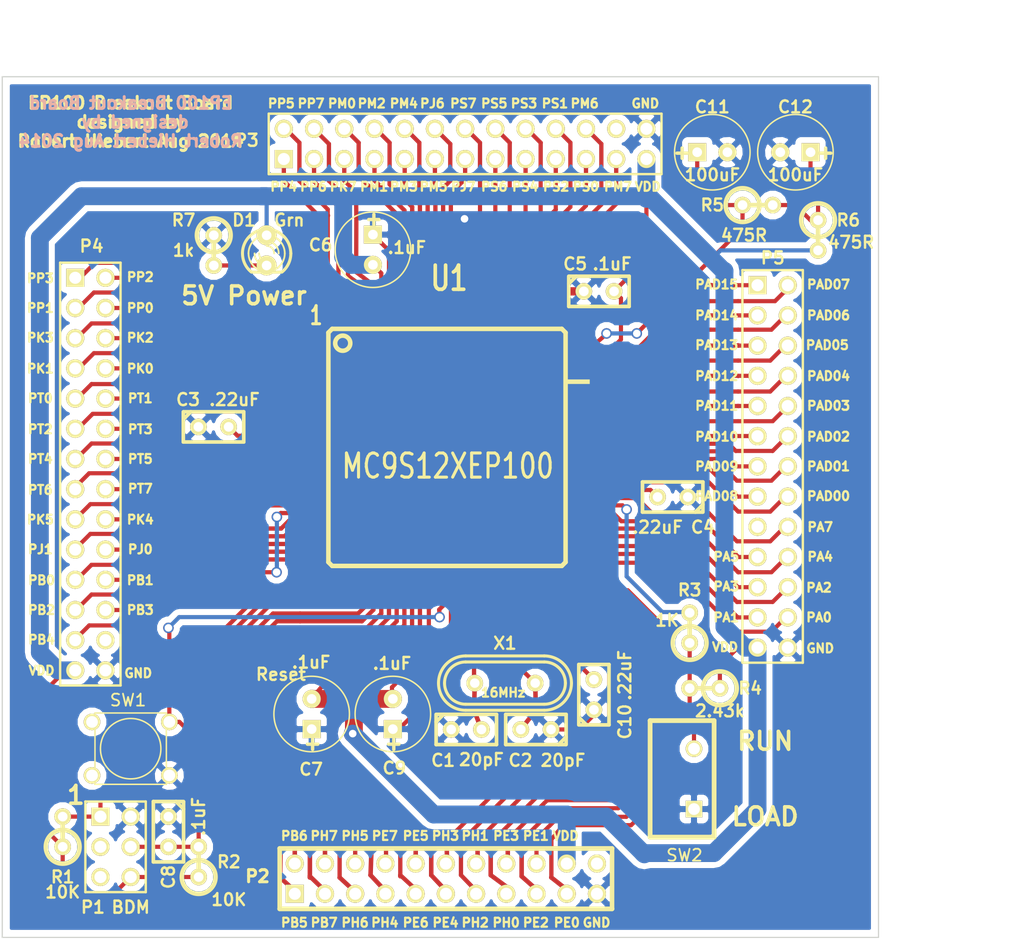
<source format=kicad_pcb>
(kicad_pcb (version 3) (host pcbnew "(2013-07-07 BZR 4022)-stable")
  (layers (15 F.Cu signal) (0 B.Cu signal) (20 B.SilkS user) (21 F.SilkS user) (22 B.Mask user) (23 F.Mask user) (28 Edge.Cuts user))
  (net 0 "")
  (net 1 /BKGD)
  (net 2 /PA0)
  (net 3 /PA1)
  (net 4 /PA2)
  (net 5 /PA3)
  (net 6 /PA4)
  (net 7 /PA5)
  (net 8 /PA6)
  (net 9 /PA7)
  (net 10 /PAD00)
  (net 11 /PAD01)
  (net 12 /PAD02)
  (net 13 /PAD03)
  (net 14 /PAD04)
  (net 15 /PAD05)
  (net 16 /PAD06)
  (net 17 /PAD07)
  (net 18 /PAD08)
  (net 19 /PAD09)
  (net 20 /PAD10)
  (net 21 /PAD11)
  (net 22 /PAD12)
  (net 23 /PAD13)
  (net 24 /PAD14)
  (net 25 /PAD15)
  (net 26 /PB0)
  (net 27 /PB1)
  (net 28 /PB2)
  (net 29 /PB3)
  (net 30 /PB4)
  (net 31 /PB5)
  (net 32 /PB6)
  (net 33 /PB7)
  (net 34 /PE0)
  (net 35 /PE1)
  (net 36 /PE2)
  (net 37 /PE3)
  (net 38 /PE4)
  (net 39 /PE5)
  (net 40 /PE6)
  (net 41 /PE7)
  (net 42 /PH0)
  (net 43 /PH1)
  (net 44 /PH2)
  (net 45 /PH3)
  (net 46 /PH4)
  (net 47 /PH5)
  (net 48 /PH6)
  (net 49 /PH7)
  (net 50 /PJ0)
  (net 51 /PJ1)
  (net 52 /PJ6)
  (net 53 /PJ7)
  (net 54 /PK0)
  (net 55 /PK1)
  (net 56 /PK2)
  (net 57 /PK3)
  (net 58 /PK4)
  (net 59 /PK5)
  (net 60 /PK7)
  (net 61 /PM0)
  (net 62 /PM1)
  (net 63 /PM2)
  (net 64 /PM3)
  (net 65 /PM4)
  (net 66 /PM5)
  (net 67 /PM6)
  (net 68 /PM7)
  (net 69 /PP0)
  (net 70 /PP1)
  (net 71 /PP2)
  (net 72 /PP3)
  (net 73 /PP4)
  (net 74 /PP5)
  (net 75 /PP6)
  (net 76 /PP7)
  (net 77 /PS0)
  (net 78 /PS1)
  (net 79 /PS2)
  (net 80 /PS3)
  (net 81 /PS4)
  (net 82 /PS5)
  (net 83 /PS6)
  (net 84 /PS7)
  (net 85 /PT0)
  (net 86 /PT1)
  (net 87 /PT2)
  (net 88 /PT3)
  (net 89 /PT4)
  (net 90 /PT5)
  (net 91 /PT6)
  (net 92 /PT7)
  (net 93 /RESET)
  (net 94 GND)
  (net 95 N-00000107)
  (net 96 N-00000108)
  (net 97 N-0000059)
  (net 98 N-0000060)
  (net 99 N-0000062)
  (net 100 N-0000068)
  (net 101 N-0000097)
  (net 102 N-0000098)
  (net 103 N-0000099)
  (net 104 VDD)
  (module PQFP112 (layer F.Cu) (at 230.425 126.425)
    (fp_text reference U1 (at 0.175 -14.225) (layer F.SilkS) (effects (font (size 2.032 1.524) (thickness 0.3048))))
    (fp_text value MC9S12XEP100 (at 0.075 1.575) (layer F.SilkS) (effects (font (size 2.032 1.524) (thickness 0.254))))
    (fp_text user 1 (at -11 -11.09) (layer F.SilkS) (effects (font (size 1.524 1.016) (thickness 0.254))))
    (pad 1 smd rect (at -10.9855 -8.7757 180) (size 2.032 0.381) (layers F.Cu F.Mask) (net 72 /PP3))
    (pad 2 smd rect (at -10.9855 -8.128 180) (size 2.032 0.381) (layers F.Cu F.Mask) (net 71 /PP2))
    (pad 3 smd rect (at -10.9855 -7.4803 180) (size 2.032 0.381) (layers F.Cu F.Mask) (net 70 /PP1))
    (pad 4 smd rect (at -10.9855 -6.8326 180) (size 2.032 0.381) (layers F.Cu F.Mask) (net 69 /PP0))
    (pad 5 smd rect (at -10.9855 -6.1849 180) (size 2.032 0.381) (layers F.Cu F.Mask) (net 57 /PK3))
    (pad 6 smd rect (at -10.9855 -5.5245 180) (size 2.032 0.381) (layers F.Cu F.Mask) (net 56 /PK2))
    (pad 7 smd rect (at -10.9855 -4.8768 180) (size 2.032 0.381) (layers F.Cu F.Mask) (net 55 /PK1))
    (pad 8 smd rect (at -10.9855 -4.2291 180) (size 2.032 0.381) (layers F.Cu F.Mask) (net 54 /PK0))
    (pad 9 smd rect (at -10.9855 -3.5814 180) (size 2.032 0.381) (layers F.Cu F.Mask) (net 85 /PT0))
    (pad 10 smd rect (at -10.9855 -2.9337 180) (size 2.032 0.381) (layers F.Cu F.Mask) (net 86 /PT1))
    (pad 11 smd rect (at -10.9855 -2.2733 180) (size 2.032 0.381) (layers F.Cu F.Mask) (net 87 /PT2))
    (pad 12 smd rect (at -10.9855 -1.6256 180) (size 2.032 0.381) (layers F.Cu F.Mask) (net 88 /PT3))
    (pad 13 smd rect (at -10.9855 -0.9779 180) (size 2.032 0.381) (layers F.Cu F.Mask) (net 97 N-0000059))
    (pad 14 smd rect (at -10.9855 -0.3302 180) (size 2.032 0.381) (layers F.Cu F.Mask) (net 94 GND))
    (pad 15 smd rect (at -10.9855 0.3302 180) (size 2.032 0.381) (layers F.Cu F.Mask) (net 89 /PT4))
    (pad 16 smd rect (at -10.9855 0.9779 180) (size 2.032 0.381) (layers F.Cu F.Mask) (net 90 /PT5))
    (pad 17 smd rect (at -10.9855 1.6256 180) (size 2.032 0.381) (layers F.Cu F.Mask) (net 91 /PT6))
    (pad 18 smd rect (at -10.9855 2.2733 180) (size 2.032 0.381) (layers F.Cu F.Mask) (net 92 /PT7))
    (pad 19 smd rect (at -10.9855 2.9337 180) (size 2.032 0.381) (layers F.Cu F.Mask) (net 59 /PK5))
    (pad 20 smd rect (at -10.9855 3.5814 180) (size 2.032 0.381) (layers F.Cu F.Mask) (net 58 /PK4))
    (pad 21 smd rect (at -10.9855 4.2291 180) (size 2.032 0.381) (layers F.Cu F.Mask) (net 51 /PJ1))
    (pad 22 smd rect (at -10.9855 4.8768 180) (size 2.032 0.381) (layers F.Cu F.Mask) (net 50 /PJ0))
    (pad 23 smd rect (at -10.9855 5.5245 180) (size 2.032 0.381) (layers F.Cu F.Mask) (net 1 /BKGD))
    (pad 24 smd rect (at -10.9855 6.1849 180) (size 2.032 0.381) (layers F.Cu F.Mask) (net 26 /PB0))
    (pad 25 smd rect (at -10.9855 6.8326 180) (size 2.032 0.381) (layers F.Cu F.Mask) (net 27 /PB1))
    (pad 26 smd rect (at -10.9855 7.4803 180) (size 2.032 0.381) (layers F.Cu F.Mask) (net 28 /PB2))
    (pad 27 smd rect (at -10.9855 8.128 180) (size 2.032 0.381) (layers F.Cu F.Mask) (net 29 /PB3))
    (pad 28 smd rect (at -10.9855 8.7757 180) (size 2.032 0.381) (layers F.Cu F.Mask) (net 30 /PB4))
    (pad 29 smd rect (at -8.7757 10.9855 90) (size 2.032 0.381) (layers F.Cu F.Mask) (net 31 /PB5))
    (pad 30 smd rect (at -8.128 10.9855 90) (size 2.032 0.381) (layers F.Cu F.Mask) (net 32 /PB6))
    (pad 31 smd rect (at -7.4803 10.9855 90) (size 2.032 0.381) (layers F.Cu F.Mask) (net 33 /PB7))
    (pad 32 smd rect (at -6.8326 10.9855 90) (size 2.032 0.381) (layers F.Cu F.Mask) (net 49 /PH7))
    (pad 33 smd rect (at -6.1849 10.9855 90) (size 2.032 0.381) (layers F.Cu F.Mask) (net 48 /PH6))
    (pad 34 smd rect (at -5.5245 10.9855 90) (size 2.032 0.381) (layers F.Cu F.Mask) (net 47 /PH5))
    (pad 35 smd rect (at -4.8768 10.9855 90) (size 2.032 0.381) (layers F.Cu F.Mask) (net 46 /PH4))
    (pad 36 smd rect (at -4.2291 10.9855 90) (size 2.032 0.381) (layers F.Cu F.Mask) (net 41 /PE7))
    (pad 37 smd rect (at -3.5814 10.9855 90) (size 2.032 0.381) (layers F.Cu F.Mask) (net 40 /PE6))
    (pad 38 smd rect (at -2.9337 10.9855 90) (size 2.032 0.381) (layers F.Cu F.Mask) (net 39 /PE5))
    (pad 39 smd rect (at -2.2733 10.9855 90) (size 2.032 0.381) (layers F.Cu F.Mask) (net 38 /PE4))
    (pad 40 smd rect (at -1.6256 10.9855 90) (size 2.032 0.381) (layers F.Cu F.Mask) (net 94 GND))
    (pad 41 smd rect (at -0.9779 10.9855 90) (size 2.032 0.381) (layers F.Cu F.Mask) (net 104 VDD))
    (pad 42 smd rect (at -0.3302 10.9855 90) (size 2.032 0.381) (layers F.Cu F.Mask) (net 93 /RESET))
    (pad 43 smd rect (at 0.3302 10.9855 90) (size 2.032 0.381) (layers F.Cu F.Mask) (net 104 VDD))
    (pad 44 smd rect (at 0.9779 10.9855 90) (size 2.032 0.381) (layers F.Cu F.Mask) (net 94 GND))
    (pad 45 smd rect (at 1.6256 10.9855 90) (size 2.032 0.381) (layers F.Cu F.Mask) (net 94 GND))
    (pad 46 smd rect (at 2.2733 10.9855 90) (size 2.032 0.381) (layers F.Cu F.Mask) (net 95 N-00000107))
    (pad 47 smd rect (at 2.9337 10.9855 90) (size 2.032 0.381) (layers F.Cu F.Mask) (net 96 N-00000108))
    (pad 48 smd rect (at 3.5814 10.9855 90) (size 2.032 0.381) (layers F.Cu F.Mask) (net 100 N-0000068))
    (pad 49 smd rect (at 4.2291 10.9855 90) (size 2.032 0.381) (layers F.Cu F.Mask) (net 45 /PH3))
    (pad 50 smd rect (at 4.8768 10.9855 90) (size 2.032 0.381) (layers F.Cu F.Mask) (net 44 /PH2))
    (pad 51 smd rect (at 5.5245 10.9855 90) (size 2.032 0.381) (layers F.Cu F.Mask) (net 43 /PH1))
    (pad 52 smd rect (at 6.1849 10.9855 90) (size 2.032 0.381) (layers F.Cu F.Mask) (net 42 /PH0))
    (pad 53 smd rect (at 6.8326 10.9855 90) (size 2.032 0.381) (layers F.Cu F.Mask) (net 37 /PE3))
    (pad 54 smd rect (at 7.4803 10.9855 90) (size 2.032 0.381) (layers F.Cu F.Mask) (net 36 /PE2))
    (pad 55 smd rect (at 8.128 10.9855 90) (size 2.032 0.381) (layers F.Cu F.Mask) (net 35 /PE1))
    (pad 56 smd rect (at 8.7757 10.9855 90) (size 2.032 0.381) (layers F.Cu F.Mask) (net 34 /PE0))
    (pad 57 smd rect (at 10.9855 8.7757 180) (size 2.032 0.381) (layers F.Cu F.Mask) (net 2 /PA0))
    (pad 58 smd rect (at 10.9855 8.128 180) (size 2.032 0.381) (layers F.Cu F.Mask) (net 3 /PA1))
    (pad 59 smd rect (at 10.9855 7.4803 180) (size 2.032 0.381) (layers F.Cu F.Mask) (net 4 /PA2))
    (pad 60 smd rect (at 10.9855 6.8326 180) (size 2.032 0.381) (layers F.Cu F.Mask) (net 5 /PA3))
    (pad 61 smd rect (at 10.9855 6.1849 180) (size 2.032 0.381) (layers F.Cu F.Mask) (net 6 /PA4))
    (pad 62 smd rect (at 10.9855 5.5245 180) (size 2.032 0.381) (layers F.Cu F.Mask) (net 7 /PA5))
    (pad 63 smd rect (at 10.9855 4.8768 180) (size 2.032 0.381) (layers F.Cu F.Mask) (net 8 /PA6))
    (pad 64 smd rect (at 10.9855 4.2291 180) (size 2.032 0.381) (layers F.Cu F.Mask) (net 9 /PA7))
    (pad 65 smd rect (at 10.9855 3.5814 180) (size 2.032 0.381) (layers F.Cu F.Mask) (net 98 N-0000060))
    (pad 66 smd rect (at 10.9855 2.9337 180) (size 2.032 0.381) (layers F.Cu F.Mask) (net 94 GND))
    (pad 67 smd rect (at 10.9855 2.2733 180) (size 2.032 0.381) (layers F.Cu F.Mask) (net 10 /PAD00))
    (pad 68 smd rect (at 10.9855 1.6256 180) (size 2.032 0.381) (layers F.Cu F.Mask) (net 18 /PAD08))
    (pad 69 smd rect (at 10.9855 0.9779 180) (size 2.032 0.381) (layers F.Cu F.Mask) (net 11 /PAD01))
    (pad 70 smd rect (at 10.9855 0.3302 180) (size 2.032 0.381) (layers F.Cu F.Mask) (net 19 /PAD09))
    (pad 71 smd rect (at 10.9855 -0.3302 180) (size 2.032 0.381) (layers F.Cu F.Mask) (net 12 /PAD02))
    (pad 72 smd rect (at 10.9855 -0.9779 180) (size 2.032 0.381) (layers F.Cu F.Mask) (net 20 /PAD10))
    (pad 73 smd rect (at 10.9855 -1.6256 180) (size 2.032 0.381) (layers F.Cu F.Mask) (net 13 /PAD03))
    (pad 74 smd rect (at 10.9855 -2.2733 180) (size 2.032 0.381) (layers F.Cu F.Mask) (net 21 /PAD11))
    (pad 75 smd rect (at 10.9855 -2.9337 180) (size 2.032 0.381) (layers F.Cu F.Mask) (net 14 /PAD04))
    (pad 76 smd rect (at 10.9855 -3.5814 180) (size 2.032 0.381) (layers F.Cu F.Mask) (net 22 /PAD12))
    (pad 77 smd rect (at 10.9855 -4.2291 180) (size 2.032 0.381) (layers F.Cu F.Mask) (net 15 /PAD05))
    (pad 78 smd rect (at 10.9855 -4.8768 180) (size 2.032 0.381) (layers F.Cu F.Mask) (net 23 /PAD13))
    (pad 79 smd rect (at 10.9855 -5.5245 180) (size 2.032 0.381) (layers F.Cu F.SilkS F.Mask) (net 16 /PAD06))
    (pad 80 smd rect (at 10.9855 -6.1849 180) (size 2.032 0.381) (layers F.Cu F.Mask) (net 24 /PAD14))
    (pad 81 smd rect (at 10.9855 -6.8326 180) (size 2.032 0.381) (layers F.Cu F.Mask) (net 17 /PAD07))
    (pad 82 smd rect (at 10.9855 -7.4803 180) (size 2.032 0.381) (layers F.Cu F.Mask) (net 25 /PAD15))
    (pad 83 smd rect (at 10.9855 -8.128 180) (size 2.032 0.381) (layers F.Cu F.Mask) (net 104 VDD))
    (pad 84 smd rect (at 10.9855 -8.7757 180) (size 2.032 0.381) (layers F.Cu F.Mask) (net 102 N-0000098))
    (pad 85 smd rect (at 8.7757 -10.9855 90) (size 2.032 0.381) (layers F.Cu F.Mask) (net 94 GND))
    (pad 86 smd rect (at 8.128 -10.9855 90) (size 2.032 0.381) (layers F.Cu F.Mask) (net 94 GND))
    (pad 87 smd rect (at 7.4803 -10.9855 90) (size 2.032 0.381) (layers F.Cu F.Mask) (net 68 /PM7))
    (pad 88 smd rect (at 6.8326 -10.9855 90) (size 2.032 0.381) (layers F.Cu F.Mask) (net 67 /PM6))
    (pad 89 smd rect (at 6.1849 -10.9855 90) (size 2.032 0.381) (layers F.Cu F.Mask) (net 77 /PS0))
    (pad 90 smd rect (at 5.5245 -10.9855 90) (size 2.032 0.381) (layers F.Cu F.Mask) (net 78 /PS1))
    (pad 91 smd rect (at 4.8768 -10.9855 90) (size 2.032 0.381) (layers F.Cu F.Mask) (net 79 /PS2))
    (pad 92 smd rect (at 4.2291 -10.9855 90) (size 2.032 0.381) (layers F.Cu F.Mask) (net 80 /PS3))
    (pad 93 smd rect (at 3.5814 -10.9855 90) (size 2.032 0.381) (layers F.Cu F.Mask) (net 81 /PS4))
    (pad 94 smd rect (at 2.9337 -10.9855 90) (size 2.032 0.381) (layers F.Cu F.Mask) (net 82 /PS5))
    (pad 95 smd rect (at 2.2733 -10.9855 90) (size 2.032 0.381) (layers F.Cu F.Mask) (net 83 /PS6))
    (pad 96 smd rect (at 1.6256 -10.9855 90) (size 2.032 0.381) (layers F.Cu F.Mask) (net 84 /PS7))
    (pad 97 smd rect (at 0.9779 -10.9855 90) (size 2.032 0.381) (layers F.Cu F.Mask) (net 94 GND))
    (pad 98 smd rect (at 0.3302 -10.9855 90) (size 2.032 0.381) (layers F.Cu F.Mask) (net 53 /PJ7))
    (pad 99 smd rect (at -0.3302 -10.9855 90) (size 2.032 0.381) (layers F.Cu F.Mask) (net 52 /PJ6))
    (pad 100 smd rect (at -0.9779 -10.9855 90) (size 2.032 0.381) (layers F.Cu F.Mask) (net 66 /PM5))
    (pad 101 smd rect (at -1.6256 -10.9855 90) (size 2.032 0.381) (layers F.Cu F.Mask) (net 65 /PM4))
    (pad 102 smd rect (at -2.2733 -10.9855 90) (size 2.032 0.381) (layers F.Cu F.Mask) (net 64 /PM3))
    (pad 103 smd rect (at -2.9337 -10.9855 90) (size 2.032 0.381) (layers F.Cu F.Mask) (net 63 /PM2))
    (pad 104 smd rect (at -3.5814 -10.9855 90) (size 2.032 0.381) (layers F.Cu F.Mask) (net 62 /PM1))
    (pad 105 smd rect (at -4.2291 -10.9855 90) (size 2.032 0.381) (layers F.Cu F.Mask) (net 61 /PM0))
    (pad 106 smd rect (at -4.8768 -10.9855 90) (size 2.032 0.381) (layers F.Cu F.Mask) (net 94 GND))
    (pad 107 smd rect (at -5.5245 -10.9855 90) (size 2.032 0.381) (layers F.Cu F.Mask) (net 104 VDD))
    (pad 108 smd rect (at -6.1849 -10.9855 90) (size 2.032 0.381) (layers F.Cu F.Mask) (net 60 /PK7))
    (pad 109 smd rect (at -6.8326 -10.9855 90) (size 2.032 0.381) (layers F.Cu F.Mask) (net 76 /PP7))
    (pad 110 smd rect (at -7.4803 -10.9855 90) (size 2.032 0.381) (layers F.Cu F.Mask) (net 75 /PP6))
    (pad 111 smd rect (at -8.128 -10.9855 90) (size 2.032 0.381) (layers F.Cu F.Mask) (net 74 /PP5))
    (pad 112 smd rect (at -8.7757 -10.9855 90) (size 2.032 0.381) (layers F.Cu F.Mask) (net 73 /PP4))
  )
  (module pin_array_14x2 (layer F.Cu) (at 200.445 127.4 270)
    (fp_text reference P4 (at -17.9 -0.1 360) (layer F.SilkS) (effects (font (size 1.016 1.016) (thickness 0.2032))))
    (fp_text value CONN_14X2 hide)
    (pad 1 thru_hole rect (at -15.24 1.27 270) (size 1.524 1.524) (drill 1.016) (layers *.Cu *.Mask F.SilkS) (net 72 /PP3))
    (pad 2 thru_hole circle (at -15.24 -1.27 270) (size 1.524 1.524) (drill 1.016) (layers *.Cu *.Mask F.SilkS) (net 71 /PP2))
    (pad 3 thru_hole circle (at -12.7 1.27 270) (size 1.524 1.524) (drill 1.016) (layers *.Cu *.Mask F.SilkS) (net 70 /PP1))
    (pad 4 thru_hole circle (at -12.7 -1.27 270) (size 1.524 1.524) (drill 1.016) (layers *.Cu *.Mask F.SilkS) (net 69 /PP0))
    (pad 5 thru_hole circle (at -10.16 1.27 270) (size 1.524 1.524) (drill 1.016) (layers *.Cu *.Mask F.SilkS) (net 57 /PK3))
    (pad 6 thru_hole circle (at -10.16 -1.27 270) (size 1.524 1.524) (drill 1.016) (layers *.Cu *.Mask F.SilkS) (net 56 /PK2))
    (pad 7 thru_hole circle (at -7.62 1.27 270) (size 1.524 1.524) (drill 1.016) (layers *.Cu *.Mask F.SilkS) (net 55 /PK1))
    (pad 8 thru_hole circle (at -7.62 -1.27 270) (size 1.524 1.524) (drill 1.016) (layers *.Cu *.Mask F.SilkS) (net 54 /PK0))
    (pad 9 thru_hole circle (at -5.08 1.27 270) (size 1.524 1.524) (drill 1.016) (layers *.Cu *.Mask F.SilkS) (net 85 /PT0))
    (pad 10 thru_hole circle (at -5.08 -1.27 270) (size 1.524 1.524) (drill 1.016) (layers *.Cu *.Mask F.SilkS) (net 86 /PT1))
    (pad 11 thru_hole circle (at -2.54 1.27 270) (size 1.524 1.524) (drill 1.016) (layers *.Cu *.Mask F.SilkS) (net 87 /PT2))
    (pad 12 thru_hole circle (at -2.54 -1.27 270) (size 1.524 1.524) (drill 1.016) (layers *.Cu *.Mask F.SilkS) (net 88 /PT3))
    (pad 13 thru_hole circle (at 0 1.27 270) (size 1.524 1.524) (drill 1.016) (layers *.Cu *.Mask F.SilkS) (net 89 /PT4))
    (pad 14 thru_hole circle (at 0 -1.27 270) (size 1.524 1.524) (drill 1.016) (layers *.Cu *.Mask F.SilkS) (net 90 /PT5))
    (pad 15 thru_hole circle (at 2.54 1.27 270) (size 1.524 1.524) (drill 1.016) (layers *.Cu *.Mask F.SilkS) (net 91 /PT6))
    (pad 16 thru_hole circle (at 2.54 -1.27 270) (size 1.524 1.524) (drill 1.016) (layers *.Cu *.Mask F.SilkS) (net 92 /PT7))
    (pad 17 thru_hole circle (at 5.08 1.27 270) (size 1.524 1.524) (drill 1.016) (layers *.Cu *.Mask F.SilkS) (net 59 /PK5))
    (pad 18 thru_hole circle (at 5.08 -1.27 270) (size 1.524 1.524) (drill 1.016) (layers *.Cu *.Mask F.SilkS) (net 58 /PK4))
    (pad 19 thru_hole circle (at 7.62 1.27 270) (size 1.524 1.524) (drill 1.016) (layers *.Cu *.Mask F.SilkS) (net 51 /PJ1))
    (pad 20 thru_hole circle (at 7.62 -1.27 270) (size 1.524 1.524) (drill 1.016) (layers *.Cu *.Mask F.SilkS) (net 50 /PJ0))
    (pad 21 thru_hole circle (at 10.16 1.27 270) (size 1.524 1.524) (drill 1.016) (layers *.Cu *.Mask F.SilkS) (net 26 /PB0))
    (pad 22 thru_hole circle (at 10.16 -1.27 270) (size 1.524 1.524) (drill 1.016) (layers *.Cu *.Mask F.SilkS) (net 27 /PB1))
    (pad 23 thru_hole circle (at 12.7 1.27 270) (size 1.524 1.524) (drill 1.016) (layers *.Cu *.Mask F.SilkS) (net 28 /PB2))
    (pad 24 thru_hole circle (at 12.7 -1.27 270) (size 1.524 1.524) (drill 1.016) (layers *.Cu *.Mask F.SilkS) (net 29 /PB3))
    (pad 25 thru_hole circle (at 15.24 1.27 270) (size 1.524 1.524) (drill 1.016) (layers *.Cu *.Mask F.SilkS) (net 30 /PB4))
    (pad 26 thru_hole circle (at 15.24 -1.27 270) (size 1.524 1.524) (drill 1.016) (layers *.Cu *.Mask F.SilkS))
    (pad 28 thru_hole circle (at 17.78 -1.27 270) (size 1.524 1.524) (drill 1.016) (layers *.Cu *.Mask F.SilkS) (net 94 GND))
    (pad 27 thru_hole circle (at 17.78 1.27 270) (size 1.524 1.524) (drill 1.016) (layers *.Cu *.Mask F.SilkS) (net 104 VDD))
  )
  (module pin_array_12x2 (layer F.Cu) (at 231.6 162.7)
    (fp_text reference P2 (at -17.1 -0.2) (layer F.SilkS) (effects (font (size 1.016 1.016) (thickness 0.27432))))
    (fp_text value CONN_11X2 hide)
    (pad 1 thru_hole rect (at -13.97 1.27) (size 1.524 1.524) (drill 1.016) (layers *.Cu *.Mask F.SilkS) (net 31 /PB5))
    (pad 2 thru_hole circle (at -13.97 -1.27) (size 1.524 1.524) (drill 1.016) (layers *.Cu *.Mask F.SilkS) (net 32 /PB6))
    (pad 3 thru_hole circle (at -11.43 1.27) (size 1.524 1.524) (drill 1.016) (layers *.Cu *.Mask F.SilkS) (net 33 /PB7))
    (pad 4 thru_hole circle (at -11.43 -1.27) (size 1.524 1.524) (drill 1.016) (layers *.Cu *.Mask F.SilkS) (net 49 /PH7))
    (pad 5 thru_hole circle (at -8.89 1.27) (size 1.524 1.524) (drill 1.016) (layers *.Cu *.Mask F.SilkS) (net 48 /PH6))
    (pad 6 thru_hole circle (at -8.89 -1.27) (size 1.524 1.524) (drill 1.016) (layers *.Cu *.Mask F.SilkS) (net 47 /PH5))
    (pad 7 thru_hole circle (at -6.35 1.27) (size 1.524 1.524) (drill 1.016) (layers *.Cu *.Mask F.SilkS) (net 46 /PH4))
    (pad 8 thru_hole circle (at -6.35 -1.27) (size 1.524 1.524) (drill 1.016) (layers *.Cu *.Mask F.SilkS) (net 41 /PE7))
    (pad 9 thru_hole circle (at -3.81 1.27) (size 1.524 1.524) (drill 1.016) (layers *.Cu *.Mask F.SilkS) (net 40 /PE6))
    (pad 10 thru_hole circle (at -3.81 -1.27) (size 1.524 1.524) (drill 1.016) (layers *.Cu *.Mask F.SilkS) (net 39 /PE5))
    (pad 11 thru_hole circle (at -1.27 1.27) (size 1.524 1.524) (drill 1.016) (layers *.Cu *.Mask F.SilkS) (net 38 /PE4))
    (pad 12 thru_hole circle (at -1.27 -1.27) (size 1.524 1.524) (drill 1.016) (layers *.Cu *.Mask F.SilkS) (net 45 /PH3))
    (pad 13 thru_hole circle (at 1.27 1.27) (size 1.524 1.524) (drill 1.016) (layers *.Cu *.Mask F.SilkS) (net 44 /PH2))
    (pad 14 thru_hole circle (at 1.27 -1.27) (size 1.524 1.524) (drill 1.016) (layers *.Cu *.Mask F.SilkS) (net 43 /PH1))
    (pad 15 thru_hole circle (at 3.81 1.27) (size 1.524 1.524) (drill 1.016) (layers *.Cu *.Mask F.SilkS) (net 42 /PH0))
    (pad 16 thru_hole circle (at 3.81 -1.27) (size 1.524 1.524) (drill 1.016) (layers *.Cu *.Mask F.SilkS) (net 37 /PE3))
    (pad 17 thru_hole circle (at 6.35 1.27) (size 1.524 1.524) (drill 1.016) (layers *.Cu *.Mask F.SilkS) (net 36 /PE2))
    (pad 18 thru_hole circle (at 6.35 -1.27) (size 1.524 1.524) (drill 1.016) (layers *.Cu *.Mask F.SilkS) (net 35 /PE1))
    (pad 19 thru_hole circle (at 8.89 1.27) (size 1.524 1.524) (drill 1.016) (layers *.Cu *.Mask F.SilkS) (net 34 /PE0))
    (pad 20 thru_hole circle (at 8.89 -1.27) (size 1.524 1.524) (drill 1.016) (layers *.Cu *.Mask F.SilkS) (net 104 VDD))
    (pad 21 thru_hole circle (at 11.43 1.27) (size 1.524 1.524) (drill 1.016) (layers *.Cu *.Mask F.SilkS) (net 94 GND))
    (pad 22 thru_hole circle (at 11.43 -1.27) (size 1.524 1.524) (drill 1.016) (layers *.Cu *.Mask F.SilkS))
  )
  (module pin_array_3x2 (layer F.Cu) (at 202.565 160.02 270)
    (fp_text reference P1 (at 5.08 1.905 360) (layer F.SilkS) (effects (font (size 1.016 1.016) (thickness 0.2032))))
    (fp_text value BDM (at 5.08 -1.27 360) (layer F.SilkS) (effects (font (size 1.016 1.016) (thickness 0.2032))))
    (pad 1 thru_hole rect (at -2.54 1.27 270) (size 1.524 1.524) (drill 1.016) (layers *.Cu *.Mask F.SilkS) (net 1 /BKGD))
    (pad 2 thru_hole circle (at -2.54 -1.27 270) (size 1.524 1.524) (drill 1.016) (layers *.Cu *.Mask F.SilkS) (net 94 GND))
    (pad 3 thru_hole circle (at 0 1.27 270) (size 1.524 1.524) (drill 1.016) (layers *.Cu *.Mask F.SilkS))
    (pad 4 thru_hole circle (at 0 -1.27 270) (size 1.524 1.524) (drill 1.016) (layers *.Cu *.Mask F.SilkS) (net 93 /RESET))
    (pad 5 thru_hole circle (at 2.54 1.27 270) (size 1.524 1.524) (drill 1.016) (layers *.Cu *.Mask F.SilkS))
    (pad 6 thru_hole circle (at 2.54 -1.27 270) (size 1.524 1.524) (drill 1.016) (layers *.Cu *.Mask F.SilkS) (net 104 VDD))
  )
  (module pin_array_13x2 (layer F.Cu) (at 231.95 100.9)
    (fp_text reference P3 (at -18.35 -0.3) (layer F.SilkS) (effects (font (size 1.016 1.016) (thickness 0.2032))))
    (fp_text value CONN_13X2 hide)
    (pad 1 thru_hole rect (at -15.24 1.27) (size 1.524 1.524) (drill 1.016) (layers *.Cu *.Mask F.SilkS) (net 73 /PP4))
    (pad 2 thru_hole circle (at -15.24 -1.27) (size 1.524 1.524) (drill 1.016) (layers *.Cu *.Mask F.SilkS) (net 74 /PP5))
    (pad 3 thru_hole circle (at -12.7 1.27) (size 1.524 1.524) (drill 1.016) (layers *.Cu *.Mask F.SilkS) (net 75 /PP6))
    (pad 4 thru_hole circle (at -12.7 -1.27) (size 1.524 1.524) (drill 1.016) (layers *.Cu *.Mask F.SilkS) (net 76 /PP7))
    (pad 5 thru_hole circle (at -10.16 1.27) (size 1.524 1.524) (drill 1.016) (layers *.Cu *.Mask F.SilkS) (net 60 /PK7))
    (pad 6 thru_hole circle (at -10.16 -1.27) (size 1.524 1.524) (drill 1.016) (layers *.Cu *.Mask F.SilkS) (net 61 /PM0))
    (pad 7 thru_hole circle (at -7.62 1.27) (size 1.524 1.524) (drill 1.016) (layers *.Cu *.Mask F.SilkS) (net 62 /PM1))
    (pad 8 thru_hole circle (at -7.62 -1.27) (size 1.524 1.524) (drill 1.016) (layers *.Cu *.Mask F.SilkS) (net 63 /PM2))
    (pad 9 thru_hole circle (at -5.08 1.27) (size 1.524 1.524) (drill 1.016) (layers *.Cu *.Mask F.SilkS) (net 64 /PM3))
    (pad 10 thru_hole circle (at -5.08 -1.27) (size 1.524 1.524) (drill 1.016) (layers *.Cu *.Mask F.SilkS) (net 65 /PM4))
    (pad 11 thru_hole circle (at -2.54 1.27) (size 1.524 1.524) (drill 1.016) (layers *.Cu *.Mask F.SilkS) (net 66 /PM5))
    (pad 12 thru_hole circle (at -2.54 -1.27) (size 1.524 1.524) (drill 1.016) (layers *.Cu *.Mask F.SilkS) (net 52 /PJ6))
    (pad 13 thru_hole circle (at 0 1.27) (size 1.524 1.524) (drill 1.016) (layers *.Cu *.Mask F.SilkS) (net 53 /PJ7))
    (pad 14 thru_hole circle (at 0 -1.27) (size 1.524 1.524) (drill 1.016) (layers *.Cu *.Mask F.SilkS) (net 84 /PS7))
    (pad 15 thru_hole circle (at 2.54 1.27) (size 1.524 1.524) (drill 1.016) (layers *.Cu *.Mask F.SilkS) (net 83 /PS6))
    (pad 16 thru_hole circle (at 2.54 -1.27) (size 1.524 1.524) (drill 1.016) (layers *.Cu *.Mask F.SilkS) (net 82 /PS5))
    (pad 17 thru_hole circle (at 5.08 1.27) (size 1.524 1.524) (drill 1.016) (layers *.Cu *.Mask F.SilkS) (net 81 /PS4))
    (pad 18 thru_hole circle (at 5.08 -1.27) (size 1.524 1.524) (drill 1.016) (layers *.Cu *.Mask F.SilkS) (net 80 /PS3))
    (pad 19 thru_hole circle (at 7.62 1.27) (size 1.524 1.524) (drill 1.016) (layers *.Cu *.Mask F.SilkS) (net 79 /PS2))
    (pad 20 thru_hole circle (at 7.62 -1.27) (size 1.524 1.524) (drill 1.016) (layers *.Cu *.Mask F.SilkS) (net 78 /PS1))
    (pad 21 thru_hole circle (at 10.16 1.27) (size 1.524 1.524) (drill 1.016) (layers *.Cu *.Mask F.SilkS) (net 77 /PS0))
    (pad 22 thru_hole circle (at 10.16 -1.27) (size 1.524 1.524) (drill 1.016) (layers *.Cu *.Mask F.SilkS) (net 67 /PM6))
    (pad 23 thru_hole circle (at 12.7 1.27) (size 1.524 1.524) (drill 1.016) (layers *.Cu *.Mask F.SilkS) (net 68 /PM7))
    (pad 24 thru_hole circle (at 12.7 -1.27) (size 1.524 1.524) (drill 1.016) (layers *.Cu *.Mask F.SilkS))
    (pad 25 thru_hole circle (at 15.24 1.27) (size 1.524 1.524) (drill 1.016) (layers *.Cu *.Mask F.SilkS) (net 104 VDD))
    (pad 26 thru_hole circle (at 15.24 -1.27) (size 1.524 1.524) (drill 1.016) (layers *.Cu *.Mask F.SilkS) (net 94 GND))
  )
  (module pin_array_13x2 (layer F.Cu) (at 257.8 128.025 270)
    (fp_text reference P5 (at -17.535 -0.01 360) (layer F.SilkS) (effects (font (size 1.016 1.016) (thickness 0.2032))))
    (fp_text value CONN_13X2 hide)
    (pad 1 thru_hole rect (at -15.24 1.27 270) (size 1.524 1.524) (drill 1.016) (layers *.Cu *.Mask F.SilkS) (net 25 /PAD15))
    (pad 2 thru_hole circle (at -15.24 -1.27 270) (size 1.524 1.524) (drill 1.016) (layers *.Cu *.Mask F.SilkS) (net 17 /PAD07))
    (pad 3 thru_hole circle (at -12.7 1.27 270) (size 1.524 1.524) (drill 1.016) (layers *.Cu *.Mask F.SilkS) (net 24 /PAD14))
    (pad 4 thru_hole circle (at -12.7 -1.27 270) (size 1.524 1.524) (drill 1.016) (layers *.Cu *.Mask F.SilkS) (net 16 /PAD06))
    (pad 5 thru_hole circle (at -10.16 1.27 270) (size 1.524 1.524) (drill 1.016) (layers *.Cu *.Mask F.SilkS) (net 23 /PAD13))
    (pad 6 thru_hole circle (at -10.16 -1.27 270) (size 1.524 1.524) (drill 1.016) (layers *.Cu *.Mask F.SilkS) (net 15 /PAD05))
    (pad 7 thru_hole circle (at -7.62 1.27 270) (size 1.524 1.524) (drill 1.016) (layers *.Cu *.Mask F.SilkS) (net 22 /PAD12))
    (pad 8 thru_hole circle (at -7.62 -1.27 270) (size 1.524 1.524) (drill 1.016) (layers *.Cu *.Mask F.SilkS) (net 14 /PAD04))
    (pad 9 thru_hole circle (at -5.08 1.27 270) (size 1.524 1.524) (drill 1.016) (layers *.Cu *.Mask F.SilkS) (net 21 /PAD11))
    (pad 10 thru_hole circle (at -5.08 -1.27 270) (size 1.524 1.524) (drill 1.016) (layers *.Cu *.Mask F.SilkS) (net 13 /PAD03))
    (pad 11 thru_hole circle (at -2.54 1.27 270) (size 1.524 1.524) (drill 1.016) (layers *.Cu *.Mask F.SilkS) (net 20 /PAD10))
    (pad 12 thru_hole circle (at -2.54 -1.27 270) (size 1.524 1.524) (drill 1.016) (layers *.Cu *.Mask F.SilkS) (net 12 /PAD02))
    (pad 13 thru_hole circle (at 0 1.27 270) (size 1.524 1.524) (drill 1.016) (layers *.Cu *.Mask F.SilkS) (net 19 /PAD09))
    (pad 14 thru_hole circle (at 0 -1.27 270) (size 1.524 1.524) (drill 1.016) (layers *.Cu *.Mask F.SilkS) (net 11 /PAD01))
    (pad 15 thru_hole circle (at 2.54 1.27 270) (size 1.524 1.524) (drill 1.016) (layers *.Cu *.Mask F.SilkS) (net 18 /PAD08))
    (pad 16 thru_hole circle (at 2.54 -1.27 270) (size 1.524 1.524) (drill 1.016) (layers *.Cu *.Mask F.SilkS) (net 10 /PAD00))
    (pad 17 thru_hole circle (at 5.08 1.27 270) (size 1.524 1.524) (drill 1.016) (layers *.Cu *.Mask F.SilkS))
    (pad 18 thru_hole circle (at 5.08 -1.27 270) (size 1.524 1.524) (drill 1.016) (layers *.Cu *.Mask F.SilkS) (net 9 /PA7))
    (pad 19 thru_hole circle (at 7.62 1.27 270) (size 1.524 1.524) (drill 1.016) (layers *.Cu *.Mask F.SilkS) (net 7 /PA5))
    (pad 20 thru_hole circle (at 7.62 -1.27 270) (size 1.524 1.524) (drill 1.016) (layers *.Cu *.Mask F.SilkS) (net 6 /PA4))
    (pad 21 thru_hole circle (at 10.16 1.27 270) (size 1.524 1.524) (drill 1.016) (layers *.Cu *.Mask F.SilkS) (net 5 /PA3))
    (pad 22 thru_hole circle (at 10.16 -1.27 270) (size 1.524 1.524) (drill 1.016) (layers *.Cu *.Mask F.SilkS) (net 4 /PA2))
    (pad 23 thru_hole circle (at 12.7 1.27 270) (size 1.524 1.524) (drill 1.016) (layers *.Cu *.Mask F.SilkS) (net 3 /PA1))
    (pad 24 thru_hole circle (at 12.7 -1.27 270) (size 1.524 1.524) (drill 1.016) (layers *.Cu *.Mask F.SilkS) (net 2 /PA0))
    (pad 25 thru_hole circle (at 15.24 1.27 270) (size 1.524 1.524) (drill 1.016) (layers *.Cu *.Mask F.SilkS) (net 104 VDD))
    (pad 26 thru_hole circle (at 15.24 -1.27 270) (size 1.524 1.524) (drill 1.016) (layers *.Cu *.Mask F.SilkS) (net 94 GND))
  )
  (module C1V7 (layer F.Cu) (at 224.2 109.8 270)
    (fp_text reference C6 (at -0.4 4.4 360) (layer F.SilkS) (effects (font (thickness 0.2032))))
    (fp_text value .1uF (at -0.175 -2.85 360) (layer F.SilkS) (effects (font (thickness 0.2032))))
    (fp_text user + (at -2.54 0 270) (layer F.SilkS) (effects (font (size 1.143 1.143) (thickness 0.3048))))
    (pad 1 thru_hole rect (at -1.27 0 270) (size 1.524 1.524) (drill 0.8128) (layers *.Cu *.Mask F.SilkS) (net 94 GND))
    (pad 2 thru_hole circle (at 1.27 0 270) (size 1.524 1.524) (drill 0.8128) (layers *.Cu *.Mask F.SilkS) (net 104 VDD))
  )
  (module C1V7 (layer F.Cu) (at 225.875 148.85 90)
    (fp_text reference C9 (at -4.55 0.125 180) (layer F.SilkS) (effects (font (thickness 0.2032))))
    (fp_text value .1uF (at 4.25 -0.075 180) (layer F.SilkS) (effects (font (thickness 0.2032))))
    (fp_text user + (at -2.54 0 90) (layer F.SilkS) (effects (font (size 1.143 1.143) (thickness 0.3048))))
    (pad 1 thru_hole rect (at -1.27 0 90) (size 1.524 1.524) (drill 0.8128) (layers *.Cu *.Mask F.SilkS) (net 94 GND))
    (pad 2 thru_hole circle (at 1.27 0 90) (size 1.524 1.524) (drill 0.8128) (layers *.Cu *.Mask F.SilkS) (net 104 VDD))
  )
  (module C1 (layer F.Cu) (at 237.9 150.15 180)
    (fp_text reference C2 (at 1.3 -2.6 180) (layer F.SilkS) (effects (font (size 1.016 1.016) (thickness 0.2032))))
    (fp_text value 20pF (at -2.275 -2.6 180) (layer F.SilkS) (effects (font (size 1.016 1.016) (thickness 0.2032))))
    (pad 1 thru_hole circle (at -1.27 0 180) (size 1.397 1.397) (drill 0.8128) (layers *.Cu *.Mask F.SilkS) (net 94 GND))
    (pad 2 thru_hole circle (at 1.27 0 180) (size 1.397 1.397) (drill 0.8128) (layers *.Cu *.Mask F.SilkS) (net 96 N-00000108))
  )
  (module C1 (layer F.Cu) (at 232.05 150.15)
    (fp_text reference C1 (at -1.95 2.6) (layer F.SilkS) (effects (font (size 1.016 1.016) (thickness 0.2032))))
    (fp_text value 20pF (at 1.27 2.54) (layer F.SilkS) (effects (font (size 1.016 1.016) (thickness 0.2032))))
    (pad 1 thru_hole circle (at -1.27 0) (size 1.397 1.397) (drill 0.8128) (layers *.Cu *.Mask F.SilkS) (net 94 GND))
    (pad 2 thru_hole circle (at 1.27 0) (size 1.397 1.397) (drill 0.8128) (layers *.Cu *.Mask F.SilkS) (net 95 N-00000107))
  )
  (module C1 (layer F.Cu) (at 249.4 130.6 180)
    (fp_text reference C4 (at -2.54 -2.54 180) (layer F.SilkS) (effects (font (size 1.016 1.016) (thickness 0.2032))))
    (fp_text value .22uF (at 1.27 -2.54 180) (layer F.SilkS) (effects (font (size 1.016 1.016) (thickness 0.2032))))
    (pad 1 thru_hole circle (at -1.27 0 180) (size 1.397 1.397) (drill 0.8128) (layers *.Cu *.Mask F.SilkS) (net 94 GND))
    (pad 2 thru_hole circle (at 1.27 0 180) (size 1.397 1.397) (drill 0.8128) (layers *.Cu *.Mask F.SilkS) (net 98 N-0000060))
  )
  (module C1 (layer F.Cu) (at 243.2 113.3)
    (fp_text reference C5 (at -2 -2.3) (layer F.SilkS) (effects (font (size 1.016 1.016) (thickness 0.2032))))
    (fp_text value .1uF (at 1.1 -2.3) (layer F.SilkS) (effects (font (size 1.016 1.016) (thickness 0.2032))))
    (pad 1 thru_hole circle (at -1.27 0) (size 1.397 1.397) (drill 0.8128) (layers *.Cu *.Mask F.SilkS) (net 94 GND))
    (pad 2 thru_hole circle (at 1.27 0) (size 1.397 1.397) (drill 0.8128) (layers *.Cu *.Mask F.SilkS) (net 104 VDD))
  )
  (module C1 (layer F.Cu) (at 210.8 124.7)
    (fp_text reference C3 (at -2.14 -2.29) (layer F.SilkS) (effects (font (size 1.016 1.016) (thickness 0.2032))))
    (fp_text value .22uF (at 1.76 -2.29) (layer F.SilkS) (effects (font (size 1.016 1.016) (thickness 0.2032))))
    (pad 1 thru_hole circle (at -1.27 0) (size 1.397 1.397) (drill 0.8128) (layers *.Cu *.Mask F.SilkS) (net 94 GND))
    (pad 2 thru_hole circle (at 1.27 0) (size 1.397 1.397) (drill 0.8128) (layers *.Cu *.Mask F.SilkS) (net 97 N-0000059))
  )
  (module HC-49S (layer F.Cu) (at 235.3 146.25)
    (fp_text reference X1 (at 0 -3.35) (layer F.SilkS) (effects (font (size 1.016 1.016) (thickness 0.2))))
    (fp_text value 16MHz (at -0.15 0.8) (layer F.SilkS) (effects (font (size 0.75 0.75) (thickness 0.1875))))
    (pad 1 thru_hole circle (at -2.54 0) (size 1.397 1.397) (drill 0.8001) (layers *.Cu *.Mask F.SilkS) (net 95 N-00000107))
    (pad 2 thru_hole circle (at 2.54 0) (size 1.397 1.397) (drill 0.8001) (layers *.Cu *.Mask F.SilkS) (net 96 N-00000108))
  )
  (module C1 (layer F.Cu) (at 242.775 147.225 90)
    (fp_text reference C10 (at -2.275 2.6 90) (layer F.SilkS) (effects (font (size 1.016 1.016) (thickness 0.2032))))
    (fp_text value .22uF (at 1.625 2.6 90) (layer F.SilkS) (effects (font (size 1.016 1.016) (thickness 0.2032))))
    (pad 1 thru_hole circle (at -1.27 0 90) (size 1.397 1.397) (drill 0.8128) (layers *.Cu *.Mask F.SilkS) (net 94 GND))
    (pad 2 thru_hole circle (at 1.27 0 90) (size 1.397 1.397) (drill 0.8128) (layers *.Cu *.Mask F.SilkS) (net 100 N-0000068))
  )
  (module C1V7 (layer F.Cu) (at 219.05 148.85 90)
    (fp_text reference C7 (at -4.65 -0.05 180) (layer F.SilkS) (effects (font (thickness 0.2032))))
    (fp_text value .1uF (at 4.35 -0.05 180) (layer F.SilkS) (effects (font (thickness 0.2032))))
    (fp_text user + (at -2.54 0 90) (layer F.SilkS) (effects (font (size 1.143 1.143) (thickness 0.3048))))
    (pad 1 thru_hole rect (at -1.27 0 90) (size 1.524 1.524) (drill 0.8128) (layers *.Cu *.Mask F.SilkS) (net 94 GND))
    (pad 2 thru_hole circle (at 1.27 0 90) (size 1.524 1.524) (drill 0.8128) (layers *.Cu *.Mask F.SilkS) (net 104 VDD))
  )
  (module Slide-Switch (layer F.Cu) (at 250.19 154.305 90)
    (fp_text reference SW2 (at -6.425 0.2 180) (layer F.SilkS))
    (fp_text value Run/Load hide)
    (pad 1 thru_hole rect (at -2.54 1 90) (size 1.397 1.397) (drill 0.99) (layers *.Cu *.Mask F.SilkS) (net 94 GND))
    (pad 2 thru_hole circle (at 2.54 1 90) (size 1.397 1.397) (drill 0.99) (layers *.Cu *.Mask F.SilkS) (net 99 N-0000062))
  )
  (module C1 (layer F.Cu) (at 207.01 158.75 270)
    (fp_text reference C8 (at 3.81 0 270) (layer F.SilkS) (effects (font (size 1.016 1.016) (thickness 0.2032))))
    (fp_text value .1uF (at -1.27 -2.54 270) (layer F.SilkS) (effects (font (size 1.016 1.016) (thickness 0.2032))))
    (pad 1 thru_hole circle (at -1.27 0 270) (size 1.397 1.397) (drill 0.8128) (layers *.Cu *.Mask F.SilkS) (net 94 GND))
    (pad 2 thru_hole circle (at 1.27 0 270) (size 1.397 1.397) (drill 0.8128) (layers *.Cu *.Mask F.SilkS) (net 93 /RESET))
  )
  (module C1V7 (layer F.Cu) (at 259.715 101.6 180)
    (fp_text reference C12 (at 0 3.81 180) (layer F.SilkS) (effects (font (thickness 0.2032))))
    (fp_text value 100uF (at 0 -1.905 180) (layer F.SilkS) (effects (font (thickness 0.2032))))
    (fp_text user + (at -2.54 0 180) (layer F.SilkS) (effects (font (size 1.143 1.143) (thickness 0.3048))))
    (pad 1 thru_hole rect (at -1.27 0 180) (size 1.524 1.524) (drill 0.8128) (layers *.Cu *.Mask F.SilkS) (net 101 N-0000097))
    (pad 2 thru_hole circle (at 1.27 0 180) (size 1.524 1.524) (drill 0.8128) (layers *.Cu *.Mask F.SilkS) (net 94 GND))
  )
  (module C1V7 (layer F.Cu) (at 252.73 101.6)
    (fp_text reference C11 (at 0 -3.81) (layer F.SilkS) (effects (font (thickness 0.2032))))
    (fp_text value 100uF (at 0 1.905) (layer F.SilkS) (effects (font (thickness 0.2032))))
    (fp_text user + (at -2.54 0) (layer F.SilkS) (effects (font (size 1.143 1.143) (thickness 0.3048))))
    (pad 1 thru_hole rect (at -1.27 0) (size 1.524 1.524) (drill 0.8128) (layers *.Cu *.Mask F.SilkS) (net 102 N-0000098))
    (pad 2 thru_hole circle (at 1.27 0) (size 1.524 1.524) (drill 0.8128) (layers *.Cu *.Mask F.SilkS) (net 94 GND))
  )
  (module R1 (layer F.Cu) (at 198.12 158.75 90)
    (fp_text reference R1 (at -3.81 0 180) (layer F.SilkS) (effects (font (thickness 0.2032))))
    (fp_text value 10K (at -5.08 0 180) (layer F.SilkS) (effects (font (thickness 0.2032))))
    (pad 1 thru_hole circle (at -1.27 0 90) (size 1.397 1.397) (drill 0.8128) (layers *.Cu *.Mask F.SilkS) (net 104 VDD))
    (pad 2 thru_hole circle (at 1.27 0 90) (size 1.397 1.397) (drill 0.8128) (layers *.Cu *.Mask F.SilkS) (net 1 /BKGD))
  )
  (module R1 (layer F.Cu) (at 209.55 161.29 90)
    (fp_text reference R2 (at 0 2.54 180) (layer F.SilkS) (effects (font (thickness 0.2032))))
    (fp_text value 10K (at -3.175 2.54 180) (layer F.SilkS) (effects (font (thickness 0.2032))))
    (pad 1 thru_hole circle (at -1.27 0 90) (size 1.397 1.397) (drill 0.8128) (layers *.Cu *.Mask F.SilkS) (net 104 VDD))
    (pad 2 thru_hole circle (at 1.27 0 90) (size 1.397 1.397) (drill 0.8128) (layers *.Cu *.Mask F.SilkS) (net 93 /RESET))
  )
  (module R1 (layer F.Cu) (at 250.825 141.605 90)
    (fp_text reference R3 (at 3.175 0 180) (layer F.SilkS) (effects (font (thickness 0.2032))))
    (fp_text value 1K (at 0.635 -1.905 180) (layer F.SilkS) (effects (font (thickness 0.2032))))
    (pad 1 thru_hole circle (at -1.27 0 90) (size 1.397 1.397) (drill 0.8128) (layers *.Cu *.Mask F.SilkS) (net 99 N-0000062))
    (pad 2 thru_hole circle (at 1.27 0 90) (size 1.397 1.397) (drill 0.8128) (layers *.Cu *.Mask F.SilkS) (net 8 /PA6))
  )
  (module R1 (layer F.Cu) (at 252.095 146.685 180)
    (fp_text reference R4 (at -3.81 0 180) (layer F.SilkS) (effects (font (thickness 0.2032))))
    (fp_text value 2.43k (at -1.27 -1.905 180) (layer F.SilkS) (effects (font (thickness 0.2032))))
    (pad 1 thru_hole circle (at -1.27 0 180) (size 1.397 1.397) (drill 0.8128) (layers *.Cu *.Mask F.SilkS) (net 104 VDD))
    (pad 2 thru_hole circle (at 1.27 0 180) (size 1.397 1.397) (drill 0.8128) (layers *.Cu *.Mask F.SilkS) (net 99 N-0000062))
  )
  (module R1 (layer F.Cu) (at 256.54 106.045)
    (fp_text reference R5 (at -3.81 0) (layer F.SilkS) (effects (font (thickness 0.2032))))
    (fp_text value 475R (at -1.143 2.54) (layer F.SilkS) (effects (font (thickness 0.2032))))
    (pad 1 thru_hole circle (at -1.27 0) (size 1.397 1.397) (drill 0.8128) (layers *.Cu *.Mask F.SilkS) (net 102 N-0000098))
    (pad 2 thru_hole circle (at 1.27 0) (size 1.397 1.397) (drill 0.8128) (layers *.Cu *.Mask F.SilkS) (net 101 N-0000097))
  )
  (module R1 (layer F.Cu) (at 261.62 108.585 270)
    (fp_text reference R6 (at -1.27 -2.54 360) (layer F.SilkS) (effects (font (thickness 0.2032))))
    (fp_text value 475R (at 0.59 -2.78 360) (layer F.SilkS) (effects (font (thickness 0.2032))))
    (pad 1 thru_hole circle (at -1.27 0 270) (size 1.397 1.397) (drill 0.8128) (layers *.Cu *.Mask F.SilkS) (net 101 N-0000097))
    (pad 2 thru_hole circle (at 1.27 0 270) (size 1.397 1.397) (drill 0.8128) (layers *.Cu *.Mask F.SilkS) (net 104 VDD))
  )
  (module R1 (layer F.Cu) (at 210.82 109.855 270)
    (fp_text reference R7 (at -2.54 2.54 360) (layer F.SilkS) (effects (font (thickness 0.2032))))
    (fp_text value 1k (at 0 2.54 360) (layer F.SilkS) (effects (font (thickness 0.2032))))
    (pad 1 thru_hole circle (at -1.27 0 270) (size 1.397 1.397) (drill 0.8128) (layers *.Cu *.Mask F.SilkS) (net 94 GND))
    (pad 2 thru_hole circle (at 1.27 0 270) (size 1.397 1.397) (drill 0.8128) (layers *.Cu *.Mask F.SilkS) (net 103 N-0000099))
  )
  (module LED-3MM (layer F.Cu) (at 215.265 109.855 270)
    (fp_text reference D1 (at -2.54 1.905 360) (layer F.SilkS) (effects (font (thickness 0.2))))
    (fp_text value Grn (at -2.54 -1.905 360) (layer F.SilkS) (effects (font (thickness 0.2))))
    (pad 1 thru_hole circle (at -1.27 0 270) (size 1.6764 1.6764) (drill 0.8128) (layers *.Cu *.Mask F.SilkS) (net 104 VDD))
    (pad 2 thru_hole circle (at 1.27 0 270) (size 1.6764 1.6764) (drill 0.8128) (layers *.Cu *.Mask F.SilkS) (net 103 N-0000099))
  )
  (module Tactile_Push_Button (layer F.Cu) (at 203.835 151.765)
    (fp_text reference SW1 (at -0.22 -4.08) (layer F.SilkS))
    (fp_text value Reset (at 12.62 -6.25) (layer F.SilkS) (effects (font (size 1.016 1.016) (thickness 0.2032))))
    (pad 2 thru_hole circle (at 3.25 -2.25) (size 1.397 1.397) (drill 0.99) (layers *.Cu *.Mask F.SilkS) (net 93 /RESET))
    (pad 4 thru_hole circle (at 3.25 2.25) (size 1.397 1.397) (drill 0.99) (layers *.Cu *.Mask F.SilkS) (net 94 GND))
    (pad 1 thru_hole circle (at -3.25 -2.25) (size 1.397 1.397) (drill 0.99) (layers *.Cu *.Mask F.SilkS))
    (pad 3 thru_hole circle (at -3.25 2.25) (size 1.397 1.397) (drill 0.99) (layers *.Cu *.Mask F.SilkS))
  )
  (gr_text "5V Power" (at 213.36 113.665) (layer F.SilkS) (effects (font (size 1.5 1.5) (thickness 0.3))))
  (gr_text 1 (at 199.225 155.675) (layer F.SilkS) (effects (font (size 1.5 1.5) (thickness 0.3))))
  (gr_line (start 193.04 95.25) (end 193.04 167.64) (angle 90) (layer Edge.Cuts) (width 0.1))
  (gr_line (start 266.7 167.64) (end 266.7 95.25) (angle 90) (layer Edge.Cuts) (width 0.1))
  (gr_line (start 193.04 95.25) (end 266.7 95.25) (angle 90) (layer Edge.Cuts) (width 0.1))
  (gr_line (start 266.7 167.64) (end 193.04 167.64) (angle 90) (layer Edge.Cuts) (width 0.1))
  (gr_text "EP100 Breakout Board\ndesigned by \nRobert Hiebert Aug 2014" (at 203.835 99.06) (layer B.SilkS) (effects (font (size 0.9906 0.9906) (thickness 0.24765)) (justify mirror)))
  (gr_text "EP100 Breakout Board\ndesigned by\nRobert Hiebert Aug 2014" (at 203.835 99.06) (layer F.SilkS) (effects (font (size 1 1) (thickness 0.25))))
  (gr_text LOAD (at 257.175 157.48) (layer F.SilkS) (effects (font (size 1.5 1.5) (thickness 0.3))))
  (gr_text RUN (at 257.175 151.13) (layer F.SilkS) (effects (font (size 1.5 1.5) (thickness 0.3))))
  (gr_text "GND\n" (at 243 166.4) (layer F.SilkS) (effects (font (size 0.75 0.75) (thickness 0.1875))))
  (gr_text PE0 (at 240.5 166.4) (layer F.SilkS) (effects (font (size 0.75 0.75) (thickness 0.1875))))
  (gr_text PE2 (at 237.9 166.4) (layer F.SilkS) (effects (font (size 0.75 0.75) (thickness 0.1875))))
  (gr_text PH0 (at 235.4 166.4) (layer F.SilkS) (effects (font (size 0.75 0.75) (thickness 0.1875))))
  (gr_text PH2 (at 232.8 166.4) (layer F.SilkS) (effects (font (size 0.75 0.75) (thickness 0.1875))))
  (gr_text PE4 (at 230.3 166.4) (layer F.SilkS) (effects (font (size 0.75 0.75) (thickness 0.1875))))
  (gr_text PE6 (at 227.8 166.4) (layer F.SilkS) (effects (font (size 0.75 0.75) (thickness 0.1875))))
  (gr_text PH4 (at 225.2 166.4) (layer F.SilkS) (effects (font (size 0.75 0.75) (thickness 0.1875))))
  (gr_text PH6 (at 222.7 166.4) (layer F.SilkS) (effects (font (size 0.75 0.75) (thickness 0.1875))))
  (gr_text PB7 (at 220.1 166.4) (layer F.SilkS) (effects (font (size 0.75 0.75) (thickness 0.1875))))
  (gr_text PB5 (at 217.6 166.4) (layer F.SilkS) (effects (font (size 0.75 0.75) (thickness 0.1875))))
  (gr_text PB6 (at 217.6 159.1) (layer F.SilkS) (effects (font (size 0.75 0.75) (thickness 0.1875))))
  (gr_text PH7 (at 220.1 159.1) (layer F.SilkS) (effects (font (size 0.75 0.75) (thickness 0.1875))))
  (gr_text PH5 (at 222.7 159.1) (layer F.SilkS) (effects (font (size 0.75 0.75) (thickness 0.1875))))
  (gr_text PE7 (at 225.2 159.1) (layer F.SilkS) (effects (font (size 0.75 0.75) (thickness 0.1875))))
  (gr_text PE5 (at 227.8 159.1) (layer F.SilkS) (effects (font (size 0.75 0.75) (thickness 0.1875))))
  (gr_text PH3 (at 230.3 159.1) (layer F.SilkS) (effects (font (size 0.75 0.75) (thickness 0.1875))))
  (gr_text PH1 (at 232.8 159.1) (layer F.SilkS) (effects (font (size 0.75 0.75) (thickness 0.1875))))
  (gr_text PE3 (at 235.4 159.1) (layer F.SilkS) (effects (font (size 0.75 0.75) (thickness 0.1875))))
  (gr_text PE1 (at 237.9 159.1) (layer F.SilkS) (effects (font (size 0.75 0.75) (thickness 0.1875))))
  (gr_text VDD (at 240.4 159.1) (layer F.SilkS) (effects (font (size 0.75 0.75) (thickness 0.1875))))
  (gr_text PB3 (at 204.645 140.1) (layer F.SilkS) (effects (font (size 0.75 0.75) (thickness 0.1875))))
  (gr_text PB1 (at 204.645 137.6) (layer F.SilkS) (effects (font (size 0.75 0.75) (thickness 0.1875))))
  (gr_text PJ0 (at 204.645 135) (layer F.SilkS) (effects (font (size 0.75 0.75) (thickness 0.1875))))
  (gr_text PK4 (at 204.645 132.5) (layer F.SilkS) (effects (font (size 0.75 0.75) (thickness 0.1875))))
  (gr_text PT7 (at 204.645 129.9) (layer F.SilkS) (effects (font (size 0.75 0.75) (thickness 0.1875))))
  (gr_text PT5 (at 204.645 127.4) (layer F.SilkS) (effects (font (size 0.75 0.75) (thickness 0.1875))))
  (gr_text PT3 (at 204.645 124.9) (layer F.SilkS) (effects (font (size 0.75 0.75) (thickness 0.1875))))
  (gr_text PT1 (at 204.645 122.3) (layer F.SilkS) (effects (font (size 0.75 0.75) (thickness 0.1875))))
  (gr_text PK0 (at 204.645 119.8) (layer F.SilkS) (effects (font (size 0.75 0.75) (thickness 0.1875))))
  (gr_text PK2 (at 204.645 117.2) (layer F.SilkS) (effects (font (size 0.75 0.75) (thickness 0.1875))))
  (gr_text PP0 (at 204.645 114.7) (layer F.SilkS) (effects (font (size 0.75 0.75) (thickness 0.1875))))
  (gr_text PP2 (at 204.645 112.1) (layer F.SilkS) (effects (font (size 0.75 0.75) (thickness 0.1875))))
  (gr_text PP3 (at 196.245 112.2) (layer F.SilkS) (effects (font (size 0.75 0.75) (thickness 0.1875))))
  (gr_text PP1 (at 196.245 114.7) (layer F.SilkS) (effects (font (size 0.75 0.75) (thickness 0.1875))))
  (gr_text PK3 (at 196.245 117.2) (layer F.SilkS) (effects (font (size 0.75 0.75) (thickness 0.1875))))
  (gr_text PK1 (at 196.245 119.8) (layer F.SilkS) (effects (font (size 0.75 0.75) (thickness 0.1875))))
  (gr_text PT0 (at 196.245 122.3) (layer F.SilkS) (effects (font (size 0.75 0.75) (thickness 0.1875))))
  (gr_text PT2 (at 196.245 124.9) (layer F.SilkS) (effects (font (size 0.75 0.75) (thickness 0.1875))))
  (gr_text PT4 (at 196.245 127.4) (layer F.SilkS) (effects (font (size 0.75 0.75) (thickness 0.1875))))
  (gr_text PT6 (at 196.245 130) (layer F.SilkS) (effects (font (size 0.75 0.75) (thickness 0.1875))))
  (gr_text PK5 (at 196.245 132.5) (layer F.SilkS) (effects (font (size 0.75 0.75) (thickness 0.1875))))
  (gr_text PJ1 (at 196.245 135) (layer F.SilkS) (effects (font (size 0.75 0.75) (thickness 0.1875))))
  (gr_text PB0 (at 196.345 137.6) (layer F.SilkS) (effects (font (size 0.75 0.75) (thickness 0.1875))))
  (gr_text PB2 (at 196.345 140.1) (layer F.SilkS) (effects (font (size 0.75 0.75) (thickness 0.1875))))
  (gr_text PB4 (at 196.345 142.6) (layer F.SilkS) (effects (font (size 0.75 0.75) (thickness 0.1875))))
  (gr_text GND (at 204.47 145.415) (layer F.SilkS) (effects (font (size 0.75 0.75) (thickness 0.1875))))
  (gr_text VDD (at 196.345 145.2) (layer F.SilkS) (effects (font (size 0.75 0.75) (thickness 0.1875))))
  (gr_text PAD15 (at 253.1 112.725) (layer F.SilkS) (effects (font (size 0.75 0.75) (thickness 0.1875))))
  (gr_text PAD14 (at 253.1 115.325) (layer F.SilkS) (effects (font (size 0.75 0.75) (thickness 0.1875))))
  (gr_text PAD13 (at 253.1 117.825) (layer F.SilkS) (effects (font (size 0.75 0.75) (thickness 0.1875))))
  (gr_text PAD12 (at 253.1 120.425) (layer F.SilkS) (effects (font (size 0.75 0.75) (thickness 0.1875))))
  (gr_text PAD11 (at 253.1 122.925) (layer F.SilkS) (effects (font (size 0.75 0.75) (thickness 0.1875))))
  (gr_text PAD10 (at 253.1 125.525) (layer F.SilkS) (effects (font (size 0.75 0.75) (thickness 0.1875))))
  (gr_text PAD09 (at 253.1 128.025) (layer F.SilkS) (effects (font (size 0.75 0.75) (thickness 0.1875))))
  (gr_text PAD08 (at 253.1 130.525) (layer F.SilkS) (effects (font (size 0.75 0.75) (thickness 0.1875))))
  (gr_text PA5 (at 253.9 135.625) (layer F.SilkS) (effects (font (size 0.75 0.75) (thickness 0.1875))))
  (gr_text PA3 (at 253.9 138.125) (layer F.SilkS) (effects (font (size 0.75 0.75) (thickness 0.1875))))
  (gr_text PA1 (at 253.9 140.725) (layer F.SilkS) (effects (font (size 0.75 0.75) (thickness 0.1875))))
  (gr_text PAD07 (at 262.5 112.725) (layer F.SilkS) (effects (font (size 0.75 0.75) (thickness 0.1875))))
  (gr_text PAD06 (at 262.5 115.325) (layer F.SilkS) (effects (font (size 0.75 0.75) (thickness 0.1875))))
  (gr_text PAD05 (at 262.4 117.825) (layer F.SilkS) (effects (font (size 0.75 0.75) (thickness 0.1875))))
  (gr_text PAD04 (at 262.5 120.425) (layer F.SilkS) (effects (font (size 0.75 0.75) (thickness 0.1875))))
  (gr_text PAD03 (at 262.5 122.925) (layer F.SilkS) (effects (font (size 0.75 0.75) (thickness 0.1875))))
  (gr_text PAD02 (at 262.5 125.525) (layer F.SilkS) (effects (font (size 0.75 0.75) (thickness 0.1875))))
  (gr_text PAD01 (at 262.5 128.025) (layer F.SilkS) (effects (font (size 0.75 0.75) (thickness 0.1875))))
  (gr_text PAD00 (at 262.5 130.525) (layer F.SilkS) (effects (font (size 0.75 0.75) (thickness 0.1875))))
  (gr_text PA7 (at 261.8 133.125) (layer F.SilkS) (effects (font (size 0.75 0.75) (thickness 0.1875))))
  (gr_text PA4 (at 261.8 135.625) (layer F.SilkS) (effects (font (size 0.75 0.75) (thickness 0.1875))))
  (gr_text PA2 (at 261.7 138.225) (layer F.SilkS) (effects (font (size 0.75 0.75) (thickness 0.1875))))
  (gr_text PA0 (at 261.7 140.725) (layer F.SilkS) (effects (font (size 0.75 0.75) (thickness 0.1875))))
  (gr_text GND (at 261.8 143.325) (layer F.SilkS) (effects (font (size 0.75 0.75) (thickness 0.1875))))
  (gr_text VDD (at 253.8 143.225) (layer F.SilkS) (effects (font (size 0.75 0.75) (thickness 0.1875))))
  (gr_text PP4 (at 216.7 104.5) (layer F.SilkS) (effects (font (size 0.75 0.75) (thickness 0.1875))))
  (gr_text PP6 (at 219.2 104.5) (layer F.SilkS) (effects (font (size 0.75 0.75) (thickness 0.1875))))
  (gr_text PK7 (at 221.7 104.5) (layer F.SilkS) (effects (font (size 0.75 0.75) (thickness 0.1875))))
  (gr_text PM1 (at 224.3 104.5) (layer F.SilkS) (effects (font (size 0.75 0.75) (thickness 0.1875))))
  (gr_text PM3 (at 226.8 104.5) (layer F.SilkS) (effects (font (size 0.75 0.75) (thickness 0.1875))))
  (gr_text PM5 (at 229.3 104.5) (layer F.SilkS) (effects (font (size 0.75 0.75) (thickness 0.1875))))
  (gr_text PJ7 (at 231.8 104.5) (layer F.SilkS) (effects (font (size 0.75 0.75) (thickness 0.1875))))
  (gr_text PS6 (at 234.4 104.5) (layer F.SilkS) (effects (font (size 0.75 0.75) (thickness 0.1875))))
  (gr_text PS4 (at 237 104.5) (layer F.SilkS) (effects (font (size 0.75 0.75) (thickness 0.1875))))
  (gr_text PS2 (at 239.6 104.5) (layer F.SilkS) (effects (font (size 0.75 0.75) (thickness 0.1875))))
  (gr_text PS0 (at 242.1 104.5) (layer F.SilkS) (effects (font (size 0.75 0.75) (thickness 0.1875))))
  (gr_text PM7 (at 244.8 104.5) (layer F.SilkS) (effects (font (size 0.75 0.75) (thickness 0.1875))))
  (gr_text VDD (at 247.3 104.5) (layer F.SilkS) (effects (font (size 0.75 0.75) (thickness 0.1875))))
  (gr_text GND (at 247.1 97.5) (layer F.SilkS) (effects (font (size 0.75 0.75) (thickness 0.1875))))
  (gr_text PM6 (at 242 97.5) (layer F.SilkS) (effects (font (size 0.75 0.75) (thickness 0.1875))))
  (gr_text PS1 (at 239.5 97.5) (layer F.SilkS) (effects (font (size 0.75 0.75) (thickness 0.1875))))
  (gr_text PS3 (at 236.9 97.5) (layer F.SilkS) (effects (font (size 0.75 0.75) (thickness 0.1875))))
  (gr_text PS5 (at 234.4 97.5) (layer F.SilkS) (effects (font (size 0.75 0.75) (thickness 0.1875))))
  (gr_text PS7 (at 231.8 97.5) (layer F.SilkS) (effects (font (size 0.75 0.75) (thickness 0.1875))))
  (gr_text "PJ6\n" (at 229.2 97.5) (layer F.SilkS) (effects (font (size 0.75 0.75) (thickness 0.1875))))
  (gr_text PM4 (at 226.8 97.5) (layer F.SilkS) (effects (font (size 0.75 0.75) (thickness 0.1875))))
  (gr_text PM2 (at 224.1 97.5) (layer F.SilkS) (effects (font (size 0.75 0.75) (thickness 0.1875))))
  (gr_text PM0 (at 221.6 97.5) (layer F.SilkS) (effects (font (size 0.75 0.75) (thickness 0.1875))))
  (gr_text PP7 (at 219 97.5) (layer F.SilkS) (effects (font (size 0.75 0.75) (thickness 0.1875))))
  (gr_text PP5 (at 216.5 97.5) (layer F.SilkS) (effects (font (size 0.75 0.75) (thickness 0.1875))))
  (segment (start 201.295 157.48) (end 198.12 157.48) (width 0.35) (layer F.Cu) (net 1))
  (segment (start 213.36 136.925) (end 209.15 136.925) (width 0.35) (layer F.Cu) (net 1))
  (segment (start 201.295 156.21) (end 201.295 157.48) (width 0.35) (layer F.Cu) (net 1))
  (segment (start 203.835 153.67) (end 201.295 156.21) (width 0.35) (layer F.Cu) (net 1))
  (segment (start 203.835 142.24) (end 203.835 153.67) (width 0.35) (layer F.Cu) (net 1))
  (segment (start 209.15 136.925) (end 203.835 142.24) (width 0.35) (layer F.Cu) (net 1))
  (segment (start 216.1 136.925) (end 213.36 136.925) (width 0.35) (layer F.Cu) (net 1))
  (segment (start 213.36 136.925) (end 213.3 136.925) (width 0.35) (layer F.Cu) (net 1))
  (segment (start 216.125 132.275) (end 216.125 136.9) (width 0.35) (layer B.Cu) (net 1))
  (segment (start 216.4505 131.9495) (end 216.125 132.275) (width 0.36) (layer F.Cu) (net 1))
  (segment (start 217.4255 131.9495) (end 216.4505 131.9495) (width 0.36) (layer F.Cu) (net 1))
  (via (at 216.125 132.275) (size 0.889) (layers F.Cu B.Cu) (net 1))
  (segment (start 216.1 136.925) (end 216.15 136.975) (width 0.35) (layer F.Cu) (net 1))
  (via (at 216.1 136.925) (size 0.889) (layers F.Cu B.Cu) (net 1))
  (segment (start 216.125 136.9) (end 216.1 136.925) (width 0.35) (layer B.Cu) (net 1))
  (segment (start 219.4395 131.9495) (end 217.4255 131.9495) (width 0.38) (layer F.Cu) (net 1))
  (segment (start 217.4255 131.9495) (end 217.425 131.95) (width 0.38) (layer F.Cu) (net 1))
  (segment (start 254.825 141.925) (end 254.825 141.875) (width 0.35) (layer F.Cu) (net 2))
  (segment (start 242.775 135.2) (end 241.4105 135.2007) (width 0.35) (layer F.Cu) (net 2))
  (segment (start 242.775 135.2) (end 243.425 135.85) (width 0.35) (layer F.Cu) (net 2))
  (segment (start 243.7 136.125) (end 243.425 135.85) (width 0.35) (layer F.Cu) (net 2))
  (segment (start 249.075 136.125) (end 243.7 136.125) (width 0.35) (layer F.Cu) (net 2))
  (segment (start 254.825 141.875) (end 249.075 136.125) (width 0.35) (layer F.Cu) (net 2))
  (segment (start 258.9 140.725) (end 257.7 141.925) (width 0.35) (layer F.Cu) (net 2))
  (segment (start 257.7 141.925) (end 254.825 141.925) (width 0.35) (layer F.Cu) (net 2))
  (segment (start 254.825 141.925) (end 254.8 141.925) (width 0.35) (layer F.Cu) (net 2))
  (segment (start 258.9 140.725) (end 259.07 140.725) (width 0.35) (layer F.Cu) (net 2))
  (segment (start 249.535499 135.389501) (end 243.939501 135.389501) (width 0.35) (layer F.Cu) (net 3))
  (segment (start 243.1 134.55) (end 243.75 135.2) (width 0.35) (layer F.Cu) (net 3))
  (segment (start 243.1 134.55) (end 241.4105 134.553) (width 0.35) (layer F.Cu) (net 3))
  (segment (start 243.939501 135.389501) (end 243.75 135.2) (width 0.35) (layer F.Cu) (net 3))
  (segment (start 254.825 140.725) (end 254.825 140.679002) (width 0.35) (layer F.Cu) (net 3))
  (segment (start 254.825 140.679002) (end 249.535499 135.389501) (width 0.35) (layer F.Cu) (net 3))
  (segment (start 249.535499 135.389501) (end 249.520998 135.375) (width 0.35) (layer F.Cu) (net 3))
  (segment (start 254.8 140.725) (end 254.825 140.725) (width 0.35) (layer F.Cu) (net 3))
  (segment (start 254.825 140.725) (end 256.53 140.725) (width 0.35) (layer F.Cu) (net 3))
  (segment (start 250.1 134.725) (end 244.25 134.725) (width 0.35) (layer F.Cu) (net 4))
  (segment (start 259.07 138.185) (end 259.04 138.185) (width 0.35) (layer F.Cu) (net 4))
  (segment (start 257.8 139.425) (end 254.825 139.425) (width 0.35) (layer F.Cu) (net 4))
  (segment (start 259.04 138.185) (end 257.8 139.425) (width 0.35) (layer F.Cu) (net 4))
  (segment (start 254.8 139.425) (end 250.1 134.725) (width 0.35) (layer F.Cu) (net 4))
  (segment (start 254.825 139.425) (end 254.8 139.425) (width 0.35) (layer F.Cu) (net 4))
  (segment (start 244.25 134.725) (end 244.0625 134.5375) (width 0.35) (layer F.Cu) (net 4))
  (segment (start 241.4105 133.9053) (end 243.425 133.9) (width 0.35) (layer F.Cu) (net 4))
  (segment (start 243.425 133.9) (end 244.0625 134.5375) (width 0.35) (layer F.Cu) (net 4))
  (segment (start 244.0625 134.5375) (end 244.075 134.55) (width 0.35) (layer F.Cu) (net 4))
  (segment (start 254.86 138.185) (end 254.86 138.16) (width 0.35) (layer F.Cu) (net 5))
  (segment (start 243.75 133.25) (end 241.4105 133.2576) (width 0.35) (layer F.Cu) (net 5))
  (segment (start 243.75 133.25) (end 244.4 133.9) (width 0.35) (layer F.Cu) (net 5))
  (segment (start 250.6 133.9) (end 244.4 133.9) (width 0.35) (layer F.Cu) (net 5))
  (segment (start 254.86 138.16) (end 250.6 133.9) (width 0.35) (layer F.Cu) (net 5))
  (segment (start 256.53 138.185) (end 254.86 138.185) (width 0.35) (layer F.Cu) (net 5))
  (segment (start 254.86 138.185) (end 254.8 138.125) (width 0.35) (layer F.Cu) (net 5))
  (segment (start 254.925 136.925) (end 254.9 136.925) (width 0.35) (layer F.Cu) (net 6))
  (segment (start 254.9 136.925) (end 251.225 133.25) (width 0.35) (layer F.Cu) (net 6))
  (segment (start 251.225 133.25) (end 244.725 133.25) (width 0.35) (layer F.Cu) (net 6))
  (segment (start 244.075 132.6) (end 244.725 133.25) (width 0.35) (layer F.Cu) (net 6))
  (segment (start 244.075 132.6) (end 241.4105 132.6099) (width 0.35) (layer F.Cu) (net 6))
  (segment (start 258.98 135.645) (end 257.7 136.925) (width 0.35) (layer F.Cu) (net 6))
  (segment (start 257.7 136.925) (end 254.925 136.925) (width 0.35) (layer F.Cu) (net 6))
  (segment (start 254.925 136.925) (end 254.9 136.925) (width 0.35) (layer F.Cu) (net 6))
  (segment (start 259.07 135.645) (end 258.98 135.645) (width 0.35) (layer F.Cu) (net 6))
  (segment (start 251.9125 132.6375) (end 245.0875 132.6375) (width 0.35) (layer F.Cu) (net 7))
  (segment (start 244.4 131.95) (end 241.4105 131.9495) (width 0.35) (layer F.Cu) (net 7))
  (segment (start 244.4 131.95) (end 245.05 132.6) (width 0.35) (layer F.Cu) (net 7))
  (segment (start 245.0875 132.6375) (end 245.05 132.6) (width 0.35) (layer F.Cu) (net 7))
  (segment (start 251.9 132.625) (end 251.9125 132.6375) (width 0.35) (layer F.Cu) (net 7))
  (segment (start 251.9125 132.6375) (end 254.92 135.645) (width 0.35) (layer F.Cu) (net 7))
  (segment (start 256.53 135.645) (end 254.92 135.645) (width 0.35) (layer F.Cu) (net 7))
  (segment (start 245.525 131.65) (end 245.525 137.275) (width 0.35) (layer B.Cu) (net 8))
  (via (at 245.525 131.65) (size 0.889) (layers F.Cu B.Cu) (net 8))
  (segment (start 245.1768 131.3018) (end 245.525 131.65) (width 0.35) (layer F.Cu) (net 8))
  (segment (start 241.4105 131.3018) (end 245.1768 131.3018) (width 0.35) (layer F.Cu) (net 8))
  (segment (start 250.765 140.275) (end 250.825 140.335) (width 0.35) (layer B.Cu) (net 8))
  (segment (start 248.525 140.275) (end 250.765 140.275) (width 0.35) (layer B.Cu) (net 8))
  (segment (start 245.525 137.275) (end 248.525 140.275) (width 0.35) (layer B.Cu) (net 8))
  (segment (start 252.4375 131.9625) (end 247.6625 131.9625) (width 0.35) (layer F.Cu) (net 9))
  (segment (start 246.400008 130.699098) (end 247.6 131.9) (width 0.35) (layer F.Cu) (net 9))
  (segment (start 246.400008 130.699098) (end 241.4105 130.6541) (width 0.35) (layer F.Cu) (net 9))
  (segment (start 247.6625 131.9625) (end 247.6 131.9) (width 0.35) (layer F.Cu) (net 9))
  (segment (start 258.82 133.105) (end 259.07 133.105) (width 0.35) (layer F.Cu) (net 9))
  (segment (start 257.6 134.325) (end 254.8 134.325) (width 0.35) (layer F.Cu) (net 9))
  (segment (start 258.82 133.105) (end 257.6 134.325) (width 0.35) (layer F.Cu) (net 9))
  (segment (start 252.4 131.925) (end 252.4375 131.9625) (width 0.35) (layer F.Cu) (net 9))
  (segment (start 252.4375 131.9625) (end 254.8 134.325) (width 0.35) (layer F.Cu) (net 9))
  (segment (start 251.8125 128.7375) (end 241.4497 128.7375) (width 0.35) (layer F.Cu) (net 10))
  (segment (start 241.4497 128.7375) (end 241.4105 128.6983) (width 0.35) (layer F.Cu) (net 10))
  (segment (start 251.7983 128.7233) (end 251.8125 128.7375) (width 0.35) (layer F.Cu) (net 10))
  (segment (start 251.8125 128.7375) (end 254.9 131.825) (width 0.35) (layer F.Cu) (net 10))
  (segment (start 259.07 130.565) (end 258.86 130.565) (width 0.35) (layer F.Cu) (net 10))
  (segment (start 258.86 130.565) (end 257.6 131.825) (width 0.35) (layer F.Cu) (net 10))
  (segment (start 257.6 131.825) (end 254.9 131.825) (width 0.35) (layer F.Cu) (net 10))
  (segment (start 241.4105 127.4029) (end 252.9779 127.4029) (width 0.35) (layer F.Cu) (net 11))
  (segment (start 253.0029 127.4279) (end 254.8 129.225) (width 0.35) (layer F.Cu) (net 11))
  (segment (start 258.9 128.025) (end 259.07 128.025) (width 0.35) (layer F.Cu) (net 11))
  (segment (start 257.7 129.225) (end 254.8 129.225) (width 0.35) (layer F.Cu) (net 11))
  (segment (start 258.9 128.025) (end 257.7 129.225) (width 0.35) (layer F.Cu) (net 11))
  (segment (start 252.9779 127.4029) (end 253.0029 127.4279) (width 0.35) (layer F.Cu) (net 11))
  (segment (start 241.4105 126.0948) (end 250.663402 126.0948) (width 0.35) (layer F.Cu) (net 12))
  (segment (start 250.7198 126.151198) (end 250.7198 126.1198) (width 0.35) (layer F.Cu) (net 12))
  (segment (start 250.663402 126.0948) (end 250.7198 126.151198) (width 0.35) (layer F.Cu) (net 12))
  (segment (start 250.7198 126.1198) (end 250.7198 126.1198) (width 0.35) (layer F.Cu) (net 12))
  (segment (start 250.7198 126.1198) (end 254.0948 126.1198) (width 0.35) (layer F.Cu) (net 12))
  (segment (start 259.04 125.485) (end 257.8 126.725) (width 0.35) (layer F.Cu) (net 12))
  (segment (start 257.8 126.725) (end 254.7 126.725) (width 0.35) (layer F.Cu) (net 12))
  (segment (start 259.04 125.485) (end 259.07 125.485) (width 0.35) (layer F.Cu) (net 12))
  (segment (start 254.0948 126.1198) (end 254.7 126.725) (width 0.35) (layer F.Cu) (net 12))
  (segment (start 241.4105 124.7994) (end 249.3006 124.7994) (width 0.35) (layer F.Cu) (net 13))
  (segment (start 251.5 124.225) (end 254.9 124.225) (width 0.35) (layer F.Cu) (net 13))
  (segment (start 259.07 122.955) (end 259.07 122.945) (width 0.35) (layer F.Cu) (net 13))
  (segment (start 257.8 124.225) (end 254.9 124.225) (width 0.35) (layer F.Cu) (net 13))
  (segment (start 259.07 122.955) (end 257.8 124.225) (width 0.35) (layer F.Cu) (net 13))
  (segment (start 249.875 124.225) (end 251.5 124.225) (width 0.35) (layer F.Cu) (net 13))
  (segment (start 249.3006 124.7994) (end 249.875 124.225) (width 0.35) (layer F.Cu) (net 13))
  (segment (start 241.4105 123.4913) (end 248.4337 123.4913) (width 0.35) (layer F.Cu) (net 14))
  (segment (start 251.7 121.725) (end 254.9 121.725) (width 0.35) (layer F.Cu) (net 14))
  (segment (start 258.92 120.405) (end 259.07 120.405) (width 0.35) (layer F.Cu) (net 14))
  (segment (start 257.6 121.725) (end 254.9 121.725) (width 0.35) (layer F.Cu) (net 14))
  (segment (start 258.92 120.405) (end 257.6 121.725) (width 0.35) (layer F.Cu) (net 14))
  (segment (start 250.2 121.725) (end 251.7 121.725) (width 0.35) (layer F.Cu) (net 14))
  (segment (start 248.4337 123.4913) (end 250.2 121.725) (width 0.35) (layer F.Cu) (net 14))
  (segment (start 241.4105 122.1959) (end 247.5541 122.1959) (width 0.35) (layer F.Cu) (net 15))
  (segment (start 252.3 119.125) (end 254.9 119.125) (width 0.35) (layer F.Cu) (net 15))
  (segment (start 258.86 117.865) (end 259.07 117.865) (width 0.35) (layer F.Cu) (net 15))
  (segment (start 257.6 119.125) (end 254.9 119.125) (width 0.35) (layer F.Cu) (net 15))
  (segment (start 258.86 117.865) (end 257.6 119.125) (width 0.35) (layer F.Cu) (net 15))
  (segment (start 250.625 119.125) (end 252.3 119.125) (width 0.35) (layer F.Cu) (net 15))
  (segment (start 247.5541 122.1959) (end 250.625 119.125) (width 0.35) (layer F.Cu) (net 15))
  (segment (start 241.4105 120.9005) (end 246.8245 120.9005) (width 0.35) (layer F.Cu) (net 16))
  (segment (start 252.6 116.525) (end 254.9 116.525) (width 0.35) (layer F.Cu) (net 16))
  (segment (start 258.9 115.325) (end 259.07 115.325) (width 0.35) (layer F.Cu) (net 16))
  (segment (start 257.7 116.525) (end 254.9 116.525) (width 0.35) (layer F.Cu) (net 16))
  (segment (start 258.9 115.325) (end 257.7 116.525) (width 0.35) (layer F.Cu) (net 16))
  (segment (start 251.2 116.525) (end 252.6 116.525) (width 0.35) (layer F.Cu) (net 16))
  (segment (start 246.8245 120.9005) (end 251.2 116.525) (width 0.35) (layer F.Cu) (net 16))
  (segment (start 241.4105 119.5924) (end 246.0826 119.5924) (width 0.35) (layer F.Cu) (net 17))
  (segment (start 259.07 113.055) (end 258 114.125) (width 0.35) (layer F.Cu) (net 17))
  (segment (start 258 114.125) (end 254.9 114.125) (width 0.35) (layer F.Cu) (net 17))
  (segment (start 259.07 113.055) (end 259.07 112.785) (width 0.35) (layer F.Cu) (net 17))
  (segment (start 254.9 114.125) (end 252.5 114.125) (width 0.35) (layer F.Cu) (net 17))
  (segment (start 251.55 114.125) (end 252.5 114.125) (width 0.35) (layer F.Cu) (net 17))
  (segment (start 246.0826 119.5924) (end 251.55 114.125) (width 0.35) (layer F.Cu) (net 17))
  (segment (start 241.4105 128.0506) (end 252.3256 128.0506) (width 0.35) (layer F.Cu) (net 18))
  (segment (start 252.3506 128.0756) (end 254.84 130.565) (width 0.35) (layer F.Cu) (net 18))
  (segment (start 252.3256 128.0506) (end 252.3506 128.0756) (width 0.35) (layer F.Cu) (net 18))
  (segment (start 256.53 130.565) (end 254.84 130.565) (width 0.35) (layer F.Cu) (net 18))
  (segment (start 254.84 130.565) (end 254.8 130.525) (width 0.35) (layer F.Cu) (net 18))
  (segment (start 241.4105 126.7552) (end 253.4302 126.7552) (width 0.35) (layer F.Cu) (net 19))
  (segment (start 253.4552 126.7802) (end 254.7 128.025) (width 0.35) (layer F.Cu) (net 19))
  (segment (start 254.7 128.025) (end 256.53 128.025) (width 0.35) (layer F.Cu) (net 19))
  (segment (start 253.4302 126.7552) (end 253.4552 126.7802) (width 0.35) (layer F.Cu) (net 19))
  (segment (start 241.4105 125.4471) (end 250.6971 125.4471) (width 0.35) (layer F.Cu) (net 20))
  (segment (start 256.5171 125.4721) (end 256.53 125.485) (width 0.35) (layer F.Cu) (net 20))
  (segment (start 250.7221 125.4721) (end 256.5171 125.4721) (width 0.35) (layer F.Cu) (net 20))
  (segment (start 250.6971 125.4471) (end 250.7221 125.4721) (width 0.35) (layer F.Cu) (net 20))
  (segment (start 241.4105 124.1517) (end 248.8233 124.1517) (width 0.35) (layer F.Cu) (net 21))
  (segment (start 251.68 122.945) (end 254.92 122.945) (width 0.35) (layer F.Cu) (net 21))
  (segment (start 250.03 122.945) (end 251.68 122.945) (width 0.35) (layer F.Cu) (net 21))
  (segment (start 248.8233 124.1517) (end 250.03 122.945) (width 0.35) (layer F.Cu) (net 21))
  (segment (start 256.53 122.945) (end 254.92 122.945) (width 0.35) (layer F.Cu) (net 21))
  (segment (start 254.92 122.945) (end 254.9 122.925) (width 0.35) (layer F.Cu) (net 21))
  (segment (start 241.4105 122.8436) (end 248.0064 122.8436) (width 0.35) (layer F.Cu) (net 22))
  (segment (start 252.02 120.405) (end 254.92 120.405) (width 0.35) (layer F.Cu) (net 22))
  (segment (start 250.445 120.405) (end 252.02 120.405) (width 0.35) (layer F.Cu) (net 22))
  (segment (start 248.0064 122.8436) (end 250.445 120.405) (width 0.35) (layer F.Cu) (net 22))
  (segment (start 256.53 120.405) (end 254.92 120.405) (width 0.35) (layer F.Cu) (net 22))
  (segment (start 254.92 120.405) (end 254.9 120.425) (width 0.35) (layer F.Cu) (net 22))
  (segment (start 241.4105 121.5482) (end 247.2268 121.5482) (width 0.35) (layer F.Cu) (net 23))
  (segment (start 252.56 117.865) (end 254.94 117.865) (width 0.35) (layer F.Cu) (net 23))
  (segment (start 250.91 117.865) (end 252.56 117.865) (width 0.35) (layer F.Cu) (net 23))
  (segment (start 247.2268 121.5482) (end 250.91 117.865) (width 0.35) (layer F.Cu) (net 23))
  (segment (start 256.53 117.865) (end 254.94 117.865) (width 0.35) (layer F.Cu) (net 23))
  (segment (start 254.94 117.865) (end 254.9 117.825) (width 0.35) (layer F.Cu) (net 23))
  (segment (start 241.4105 120.2401) (end 246.4599 120.2401) (width 0.35) (layer F.Cu) (net 24))
  (segment (start 255.1 115.325) (end 256.53 115.325) (width 0.35) (layer F.Cu) (net 24))
  (segment (start 252.5 115.325) (end 255.1 115.325) (width 0.35) (layer F.Cu) (net 24))
  (segment (start 251.375 115.325) (end 252.5 115.325) (width 0.35) (layer F.Cu) (net 24))
  (segment (start 246.4599 120.2401) (end 251.375 115.325) (width 0.35) (layer F.Cu) (net 24))
  (segment (start 241.4105 118.9447) (end 245.6303 118.9447) (width 0.35) (layer F.Cu) (net 25))
  (segment (start 251.79 112.785) (end 252.635 112.785) (width 0.35) (layer F.Cu) (net 25))
  (segment (start 245.6303 118.9447) (end 251.79 112.785) (width 0.35) (layer F.Cu) (net 25))
  (segment (start 256.53 112.785) (end 252.635 112.785) (width 0.35) (layer F.Cu) (net 25))
  (segment (start 252.635 112.785) (end 252.625 112.775) (width 0.35) (layer F.Cu) (net 25))
  (segment (start 209.075 133.25) (end 206.395 133.25) (width 0.35) (layer F.Cu) (net 26))
  (segment (start 206.395 133.25) (end 203.345 136.3) (width 0.35) (layer F.Cu) (net 26))
  (segment (start 199.285 137.56) (end 199.175 137.56) (width 0.35) (layer F.Cu) (net 26))
  (segment (start 200.545 136.3) (end 203.345 136.3) (width 0.35) (layer F.Cu) (net 26))
  (segment (start 199.285 137.56) (end 200.545 136.3) (width 0.35) (layer F.Cu) (net 26))
  (segment (start 219.4395 132.6099) (end 217.126398 132.6099) (width 0.36) (layer F.Cu) (net 26))
  (segment (start 217.126398 132.6099) (end 216.486298 133.25) (width 0.36) (layer F.Cu) (net 26))
  (segment (start 216.486298 133.25) (end 209.075 133.25) (width 0.36) (layer F.Cu) (net 26))
  (segment (start 209.075 133.25) (end 209 133.25) (width 0.36) (layer F.Cu) (net 26))
  (segment (start 209 133.25) (end 208.975 133.25) (width 0.36) (layer F.Cu) (net 26))
  (segment (start 209.025 133.9) (end 206.945 133.9) (width 0.35) (layer F.Cu) (net 27))
  (segment (start 206.945 133.9) (end 203.285 137.56) (width 0.35) (layer F.Cu) (net 27))
  (segment (start 201.715 137.56) (end 203.285 137.56) (width 0.35) (layer F.Cu) (net 27))
  (segment (start 203.285 137.56) (end 203.345 137.5) (width 0.35) (layer F.Cu) (net 27))
  (segment (start 219.4395 133.2576) (end 217.4174 133.2576) (width 0.36) (layer F.Cu) (net 27))
  (segment (start 217.4174 133.2576) (end 216.775 133.9) (width 0.36) (layer F.Cu) (net 27))
  (segment (start 216.775 133.9) (end 209.025 133.9) (width 0.36) (layer F.Cu) (net 27))
  (segment (start 209.025 133.9) (end 209 133.9) (width 0.36) (layer F.Cu) (net 27))
  (segment (start 209 133.9) (end 208.975 133.9) (width 0.36) (layer F.Cu) (net 27))
  (segment (start 209.05 134.55) (end 207.595 134.55) (width 0.35) (layer F.Cu) (net 28))
  (segment (start 207.595 134.55) (end 203.345 138.8) (width 0.35) (layer F.Cu) (net 28))
  (segment (start 199.245 140.1) (end 199.175 140.1) (width 0.35) (layer F.Cu) (net 28))
  (segment (start 200.545 138.8) (end 203.345 138.8) (width 0.35) (layer F.Cu) (net 28))
  (segment (start 199.245 140.1) (end 200.545 138.8) (width 0.35) (layer F.Cu) (net 28))
  (segment (start 219.4395 133.9053) (end 217.7447 133.9053) (width 0.36) (layer F.Cu) (net 28))
  (segment (start 217.7447 133.9053) (end 217.1 134.55) (width 0.36) (layer F.Cu) (net 28))
  (segment (start 217.1 134.55) (end 209.05 134.55) (width 0.36) (layer F.Cu) (net 28))
  (segment (start 209.05 134.55) (end 209 134.55) (width 0.36) (layer F.Cu) (net 28))
  (segment (start 209 134.55) (end 208.975 134.55) (width 0.36) (layer F.Cu) (net 28))
  (segment (start 209.1 135.2) (end 208.145 135.2) (width 0.35) (layer F.Cu) (net 29))
  (segment (start 208.145 135.2) (end 203.345 140) (width 0.35) (layer F.Cu) (net 29))
  (segment (start 203.245 140.1) (end 201.715 140.1) (width 0.35) (layer F.Cu) (net 29))
  (segment (start 203.245 140.1) (end 203.345 140) (width 0.35) (layer F.Cu) (net 29))
  (segment (start 219.4395 134.553) (end 218.072 134.553) (width 0.36) (layer F.Cu) (net 29))
  (segment (start 218.072 134.553) (end 217.425 135.2) (width 0.36) (layer F.Cu) (net 29))
  (segment (start 217.425 135.2) (end 209.1 135.2) (width 0.36) (layer F.Cu) (net 29))
  (segment (start 209.1 135.2) (end 208.975 135.2) (width 0.36) (layer F.Cu) (net 29))
  (segment (start 217.7514 135.85) (end 209.1 135.85) (width 0.36) (layer F.Cu) (net 30))
  (segment (start 209.1 135.85) (end 208.975 135.85) (width 0.35) (layer F.Cu) (net 30))
  (segment (start 219.4395 135.2007) (end 218.4007 135.2007) (width 0.36) (layer F.Cu) (net 30))
  (segment (start 218.4007 135.2007) (end 217.7514 135.85) (width 0.36) (layer F.Cu) (net 30))
  (segment (start 209.1 135.85) (end 208.975 135.85) (width 0.36) (layer F.Cu) (net 30))
  (segment (start 199.175 142.57) (end 200.345 141.4) (width 0.35) (layer F.Cu) (net 30))
  (segment (start 200.345 141.4) (end 203.345 141.4) (width 0.35) (layer F.Cu) (net 30))
  (segment (start 199.175 142.57) (end 199.175 142.64) (width 0.35) (layer F.Cu) (net 30))
  (segment (start 208.895 135.85) (end 203.345 141.4) (width 0.35) (layer F.Cu) (net 30))
  (segment (start 210.925 154.7) (end 214.825 158.6) (width 0.36) (layer F.Cu) (net 31))
  (segment (start 214.825 158.6) (end 215.475 158.6) (width 0.36) (layer F.Cu) (net 31))
  (segment (start 210.925 152.425) (end 210.925 154.7) (width 0.36) (layer F.Cu) (net 31))
  (segment (start 214.981772 138.45) (end 210.925 142.506772) (width 0.36) (layer F.Cu) (net 31))
  (segment (start 210.925 142.506772) (end 210.925 152.425) (width 0.36) (layer F.Cu) (net 31))
  (segment (start 221.6493 138.4493) (end 221.6493 137.4105) (width 0.36) (layer F.Cu) (net 31))
  (segment (start 221.6486 138.45) (end 218.075 138.45) (width 0.36) (layer F.Cu) (net 31))
  (segment (start 221.6493 138.4493) (end 221.6486 138.45) (width 0.36) (layer F.Cu) (net 31))
  (segment (start 218.075 138.45) (end 214.981772 138.45) (width 0.36) (layer F.Cu) (net 31))
  (segment (start 216.45 159.575) (end 216.4 162.6) (width 0.38) (layer F.Cu) (net 31))
  (segment (start 217.755 163.845) (end 216.4 162.6) (width 0.38) (layer F.Cu) (net 31))
  (segment (start 215.475 158.6) (end 216.45 159.575) (width 0.38) (layer F.Cu) (net 31))
  (segment (start 215.8 158.925) (end 215.475 158.6) (width 0.38) (layer F.Cu) (net 31))
  (segment (start 215.475 158.6) (end 215.8 158.925) (width 0.38) (layer F.Cu) (net 31))
  (segment (start 215.15 157.95) (end 215.95 157.95) (width 0.35) (layer F.Cu) (net 32))
  (segment (start 215.228386 139.1) (end 211.575 142.753386) (width 0.36) (layer F.Cu) (net 32))
  (segment (start 211.575 142.753386) (end 211.575 152.425) (width 0.36) (layer F.Cu) (net 32))
  (segment (start 222.297 137.4105) (end 222.297 139.097) (width 0.36) (layer F.Cu) (net 32))
  (segment (start 222.294 139.1) (end 218.075 139.1) (width 0.36) (layer F.Cu) (net 32))
  (segment (start 222.297 139.097) (end 222.294 139.1) (width 0.36) (layer F.Cu) (net 32))
  (segment (start 218.075 139.1) (end 215.228386 139.1) (width 0.36) (layer F.Cu) (net 32))
  (segment (start 211.575 154.375) (end 215.15 157.95) (width 0.36) (layer F.Cu) (net 32))
  (segment (start 211.575 152.425) (end 211.575 154.375) (width 0.36) (layer F.Cu) (net 32))
  (segment (start 217.63 159.63) (end 215.965998 157.965998) (width 0.38) (layer F.Cu) (net 32))
  (segment (start 217.63 159.63) (end 217.63 161.43) (width 0.38) (layer F.Cu) (net 32))
  (segment (start 215.95 157.95) (end 215.965998 157.965998) (width 0.35) (layer F.Cu) (net 32))
  (segment (start 215.475 157.3) (end 216.775 157.3) (width 0.38) (layer F.Cu) (net 33))
  (segment (start 218.9 159.5) (end 218.9 162.6) (width 0.38) (layer F.Cu) (net 33))
  (segment (start 216.775 157.3) (end 218.9 159.5) (width 0.38) (layer F.Cu) (net 33))
  (segment (start 218.9 162.5) (end 218.9 162.6) (width 0.38) (layer F.Cu) (net 33))
  (segment (start 220.295 163.845) (end 218.9 162.5) (width 0.38) (layer F.Cu) (net 33))
  (segment (start 212.225 152.425) (end 212.225 154.05) (width 0.36) (layer F.Cu) (net 33))
  (segment (start 215.490998 139.734002) (end 212.225 143) (width 0.36) (layer F.Cu) (net 33))
  (segment (start 212.225 143) (end 212.225 152.425) (width 0.36) (layer F.Cu) (net 33))
  (segment (start 222.9447 137.4105) (end 222.9447 139.4303) (width 0.36) (layer F.Cu) (net 33))
  (segment (start 222.640998 139.734002) (end 218.075 139.734002) (width 0.36) (layer F.Cu) (net 33))
  (segment (start 222.9447 139.4303) (end 222.640998 139.734002) (width 0.36) (layer F.Cu) (net 33))
  (segment (start 218.075 139.734002) (end 215.490998 139.734002) (width 0.36) (layer F.Cu) (net 33))
  (segment (start 212.225 154.05) (end 215.475 157.3) (width 0.36) (layer F.Cu) (net 33))
  (segment (start 215.475 157.3) (end 215.475 157.3) (width 0.38) (layer F.Cu) (net 33))
  (segment (start 239.2 162.6) (end 239.2 159.4) (width 0.36) (layer F.Cu) (net 34))
  (segment (start 245.9 158.2) (end 248.593004 155.606996) (width 0.35) (layer F.Cu) (net 34))
  (segment (start 240.2 158.2) (end 245.9 158.2) (width 0.35) (layer F.Cu) (net 34))
  (segment (start 239.2 159.4) (end 240.2 158.2) (width 0.35) (layer F.Cu) (net 34))
  (segment (start 248.593004 153.7) (end 248.593004 155.606996) (width 0.35) (layer F.Cu) (net 34))
  (segment (start 248.593004 151.45) (end 248.593004 153.7) (width 0.36) (layer F.Cu) (net 34))
  (segment (start 248.593004 153.7) (end 248.593004 153.756996) (width 0.36) (layer F.Cu) (net 34))
  (segment (start 245.621614 138.45) (end 248.593004 141.42139) (width 0.36) (layer F.Cu) (net 34))
  (segment (start 248.593004 141.42139) (end 248.593004 151.45) (width 0.36) (layer F.Cu) (net 34))
  (segment (start 239.2007 138.4493) (end 239.2007 137.4105) (width 0.36) (layer F.Cu) (net 34))
  (segment (start 239.2014 138.45) (end 242.45 138.45) (width 0.36) (layer F.Cu) (net 34))
  (segment (start 239.2007 138.4493) (end 239.2014 138.45) (width 0.36) (layer F.Cu) (net 34))
  (segment (start 242.45 138.45) (end 245.621614 138.45) (width 0.36) (layer F.Cu) (net 34))
  (segment (start 239.2 162.6) (end 240.615 163.715) (width 0.38) (layer F.Cu) (net 34))
  (segment (start 240.615 163.845) (end 240.615 163.715) (width 0.38) (layer F.Cu) (net 34))
  (segment (start 239.2 162.6) (end 239.2 162.6) (width 0.38) (layer F.Cu) (net 34))
  (segment (start 237.95 161.43) (end 237.95 159.35) (width 0.35) (layer F.Cu) (net 35))
  (segment (start 247.959002 155.040998) (end 247.959002 153.3) (width 0.35) (layer F.Cu) (net 35))
  (segment (start 245.504002 157.495998) (end 247.959002 155.040998) (width 0.35) (layer F.Cu) (net 35))
  (segment (start 239.804002 157.495998) (end 245.504002 157.495998) (width 0.35) (layer F.Cu) (net 35))
  (segment (start 238 159.3) (end 239.804002 157.495998) (width 0.35) (layer F.Cu) (net 35))
  (segment (start 237.95 159.35) (end 238 159.3) (width 0.35) (layer F.Cu) (net 35))
  (segment (start 247.959002 151.45) (end 247.959002 153.3) (width 0.36) (layer F.Cu) (net 35))
  (segment (start 247.959002 153.3) (end 247.959002 153.415998) (width 0.36) (layer F.Cu) (net 35))
  (segment (start 245.375 139.1) (end 247.959002 141.684002) (width 0.36) (layer F.Cu) (net 35))
  (segment (start 247.959002 141.684002) (end 247.959002 151.45) (width 0.36) (layer F.Cu) (net 35))
  (segment (start 238.553 138.435602) (end 238.553 137.4105) (width 0.36) (layer F.Cu) (net 35))
  (segment (start 239.2 139.1) (end 242.45 139.1) (width 0.36) (layer F.Cu) (net 35))
  (segment (start 238.55 139.1) (end 239.2 139.1) (width 0.36) (layer F.Cu) (net 35))
  (segment (start 238.55 138.438602) (end 238.55 139.1) (width 0.36) (layer F.Cu) (net 35))
  (segment (start 238.553 138.435602) (end 238.55 138.438602) (width 0.36) (layer F.Cu) (net 35))
  (segment (start 242.45 139.1) (end 245.375 139.1) (width 0.36) (layer F.Cu) (net 35))
  (segment (start 236.7 159.6) (end 236.7 159.5) (width 0.35) (layer F.Cu) (net 36))
  (segment (start 236.7 159.6) (end 236.7 162.5) (width 0.38) (layer F.Cu) (net 36))
  (segment (start 236.7 162.5) (end 238.075 163.725) (width 0.38) (layer F.Cu) (net 36))
  (segment (start 238.075 163.845) (end 238.075 163.725) (width 0.38) (layer F.Cu) (net 36))
  (segment (start 244.827094 156.772906) (end 247.325 154.275) (width 0.35) (layer F.Cu) (net 36))
  (segment (start 239.427094 156.772906) (end 244.827094 156.772906) (width 0.35) (layer F.Cu) (net 36))
  (segment (start 236.7 159.5) (end 239.427094 156.772906) (width 0.35) (layer F.Cu) (net 36))
  (segment (start 247.325 153.075) (end 247.325 154.275) (width 0.35) (layer F.Cu) (net 36))
  (segment (start 242.4348 139.750798) (end 245.050798 139.750798) (width 0.36) (layer F.Cu) (net 36))
  (segment (start 237.9053 139.411302) (end 238.244796 139.750798) (width 0.36) (layer F.Cu) (net 36))
  (segment (start 238.244796 139.750798) (end 242.4348 139.750798) (width 0.36) (layer F.Cu) (net 36))
  (segment (start 237.9053 139.411302) (end 237.9053 137.4105) (width 0.36) (layer F.Cu) (net 36))
  (segment (start 247.325 142.025) (end 247.325 151.45) (width 0.36) (layer F.Cu) (net 36))
  (segment (start 245.050798 139.750798) (end 247.325 142.025) (width 0.36) (layer F.Cu) (net 36))
  (segment (start 247.325 151.45) (end 247.325 153.075) (width 0.36) (layer F.Cu) (net 36))
  (segment (start 238.9 156.1) (end 238.8475 156.1) (width 0.35) (layer F.Cu) (net 37))
  (segment (start 238.9 156.1) (end 244.3 156.1) (width 0.35) (layer F.Cu) (net 37))
  (segment (start 244.3 156.1) (end 246.675 153.725) (width 0.35) (layer F.Cu) (net 37))
  (segment (start 246.675 152.75) (end 246.675 153.725) (width 0.35) (layer F.Cu) (net 37))
  (segment (start 235.535 161.305) (end 235.535 159.4125) (width 0.38) (layer F.Cu) (net 37))
  (segment (start 246.675 151.45) (end 246.675 152.75) (width 0.36) (layer F.Cu) (net 37))
  (segment (start 244.725 140.4) (end 246.675 142.35) (width 0.36) (layer F.Cu) (net 37))
  (segment (start 246.675 142.35) (end 246.675 151.45) (width 0.36) (layer F.Cu) (net 37))
  (segment (start 237.2576 139.7424) (end 237.2576 137.4105) (width 0.36) (layer F.Cu) (net 37))
  (segment (start 242.4348 140.3848) (end 242.45 140.4) (width 0.36) (layer F.Cu) (net 37))
  (segment (start 237.9 140.3848) (end 242.4348 140.3848) (width 0.36) (layer F.Cu) (net 37))
  (segment (start 237.2576 139.7424) (end 237.9 140.3848) (width 0.36) (layer F.Cu) (net 37))
  (segment (start 242.45 140.4) (end 244.725 140.4) (width 0.36) (layer F.Cu) (net 37))
  (segment (start 238.8475 156.1) (end 235.535 159.4125) (width 0.35) (layer F.Cu) (net 37))
  (segment (start 221.398086 152.000037) (end 221.600037 152.000037) (width 0.38) (layer F.Cu) (net 38))
  (segment (start 229.1 162.4) (end 230.455 163.845) (width 0.38) (layer F.Cu) (net 38))
  (segment (start 229.1 162.4) (end 229.1 162.4) (width 0.38) (layer F.Cu) (net 38))
  (segment (start 229.1 159.5) (end 229.1 162.4) (width 0.38) (layer F.Cu) (net 38))
  (segment (start 221.600037 152.000037) (end 229.1 159.5) (width 0.38) (layer F.Cu) (net 38))
  (segment (start 217.425 151.45) (end 218.161507 152.062009) (width 0.38) (layer F.Cu) (net 38))
  (segment (start 218.161507 152.062009) (end 221.398086 152.000037) (width 0.38) (layer F.Cu) (net 38))
  (segment (start 221.398086 152.000037) (end 221.4 152) (width 0.38) (layer F.Cu) (net 38))
  (segment (start 217.425 151.45) (end 217.425 151.45) (width 0.38) (layer F.Cu) (net 38))
  (segment (start 218.075 144.95) (end 217.425 145.6) (width 0.36) (layer F.Cu) (net 38))
  (segment (start 218.075 144.918004) (end 218.075 144.95) (width 0.36) (layer F.Cu) (net 38))
  (segment (start 228.1517 142.0233) (end 225.256996 144.918004) (width 0.36) (layer F.Cu) (net 38))
  (segment (start 225.256996 144.918004) (end 218.075 144.918004) (width 0.36) (layer F.Cu) (net 38))
  (segment (start 228.1517 137.4105) (end 228.1517 142.0233) (width 0.36) (layer F.Cu) (net 38))
  (segment (start 217.425 145.6) (end 217.425 151.45) (width 0.36) (layer F.Cu) (net 38))
  (segment (start 220.64 152.8) (end 221 152.8) (width 0.38) (layer F.Cu) (net 39))
  (segment (start 221 152.8) (end 227.8 159.6) (width 0.38) (layer F.Cu) (net 39))
  (segment (start 227.79 161.43) (end 227.8 159.6) (width 0.38) (layer F.Cu) (net 39))
  (segment (start 227.8 159.6) (end 227.81 159.59) (width 0.38) (layer F.Cu) (net 39))
  (segment (start 216.775 151.775) (end 217.75 152.75) (width 0.36) (layer F.Cu) (net 39))
  (segment (start 217.75 152.75) (end 220.64 152.8) (width 0.36) (layer F.Cu) (net 39))
  (segment (start 218.075 144.284002) (end 217.765998 144.284002) (width 0.36) (layer F.Cu) (net 39))
  (segment (start 227.4913 141.7087) (end 224.915998 144.284002) (width 0.36) (layer F.Cu) (net 39))
  (segment (start 224.915998 144.284002) (end 218.075 144.284002) (width 0.36) (layer F.Cu) (net 39))
  (segment (start 227.4913 137.4105) (end 227.4913 141.7087) (width 0.36) (layer F.Cu) (net 39))
  (segment (start 216.775 145.275) (end 216.775 151.775) (width 0.36) (layer F.Cu) (net 39))
  (segment (start 217.765998 144.284002) (end 216.775 145.275) (width 0.36) (layer F.Cu) (net 39))
  (segment (start 220.64 152.8) (end 220.64 152.8) (width 0.38) (layer F.Cu) (net 39))
  (segment (start 219.68 153.44) (end 220.54 153.44) (width 0.36) (layer F.Cu) (net 40))
  (segment (start 220.54 153.44) (end 226.5 159.6) (width 0.36) (layer F.Cu) (net 40))
  (segment (start 226.5 159.6) (end 226.5 162.5) (width 0.36) (layer F.Cu) (net 40))
  (segment (start 227.915 163.715) (end 226.5 162.4) (width 0.36) (layer F.Cu) (net 40))
  (segment (start 226.5 162.4) (end 226.5 162.5) (width 0.36) (layer F.Cu) (net 40))
  (segment (start 227.915 163.715) (end 227.915 163.845) (width 0.36) (layer F.Cu) (net 40))
  (segment (start 216.125 151.775) (end 216.125 152.1) (width 0.36) (layer F.Cu) (net 40))
  (segment (start 216.125 152.1) (end 217.425 153.4) (width 0.36) (layer F.Cu) (net 40))
  (segment (start 217.425 153.4) (end 219.68 153.44) (width 0.36) (layer F.Cu) (net 40))
  (segment (start 218.075 143.65) (end 217.425 143.65) (width 0.36) (layer F.Cu) (net 40))
  (segment (start 226.8436 141.3814) (end 224.575 143.65) (width 0.36) (layer F.Cu) (net 40))
  (segment (start 224.575 143.65) (end 218.075 143.65) (width 0.36) (layer F.Cu) (net 40))
  (segment (start 226.8436 137.4105) (end 226.8436 141.3814) (width 0.36) (layer F.Cu) (net 40))
  (segment (start 216.125 144.95) (end 216.125 151.775) (width 0.36) (layer F.Cu) (net 40))
  (segment (start 217.425 143.65) (end 216.125 144.95) (width 0.36) (layer F.Cu) (net 40))
  (segment (start 219.2 154.08) (end 219.78 154.08) (width 0.36) (layer F.Cu) (net 41))
  (segment (start 219.78 154.08) (end 225.3 159.6) (width 0.36) (layer F.Cu) (net 41))
  (segment (start 225.3 161.4) (end 225.3 159.6) (width 0.36) (layer F.Cu) (net 41))
  (segment (start 215.475 151.775) (end 215.475 152.425) (width 0.36) (layer F.Cu) (net 41))
  (segment (start 217.1 143) (end 215.475 144.625) (width 0.36) (layer F.Cu) (net 41))
  (segment (start 215.475 144.625) (end 215.475 151.775) (width 0.36) (layer F.Cu) (net 41))
  (segment (start 226.1959 137.4105) (end 226.1959 141.0541) (width 0.36) (layer F.Cu) (net 41))
  (segment (start 224.25 143) (end 218.075 143) (width 0.36) (layer F.Cu) (net 41))
  (segment (start 226.1959 141.0541) (end 224.25 143) (width 0.36) (layer F.Cu) (net 41))
  (segment (start 218.075 143) (end 217.1 143) (width 0.36) (layer F.Cu) (net 41))
  (segment (start 217.1 154.05) (end 219.2 154.08) (width 0.36) (layer F.Cu) (net 41))
  (segment (start 215.475 152.425) (end 217.1 154.05) (width 0.36) (layer F.Cu) (net 41))
  (segment (start 238.304002 155.495998) (end 234.1 159.7) (width 0.35) (layer F.Cu) (net 42))
  (segment (start 238.304002 155.495998) (end 243.704002 155.495998) (width 0.35) (layer F.Cu) (net 42))
  (segment (start 243.704002 155.495998) (end 245.977006 153.222994) (width 0.35) (layer F.Cu) (net 42))
  (segment (start 245.977006 152.4) (end 245.977006 153.222994) (width 0.35) (layer F.Cu) (net 42))
  (segment (start 234.1 162.4) (end 235.535 163.46) (width 0.38) (layer F.Cu) (net 42))
  (segment (start 235.535 163.46) (end 235.535 163.845) (width 0.38) (layer F.Cu) (net 42))
  (segment (start 234.1 159.7) (end 234.1 162.4) (width 0.38) (layer F.Cu) (net 42))
  (segment (start 242.45 141.05) (end 244.4 141.05) (width 0.36) (layer F.Cu) (net 42))
  (segment (start 236.6099 140.0651) (end 237.5948 141.05) (width 0.36) (layer F.Cu) (net 42))
  (segment (start 237.5948 141.05) (end 242.45 141.05) (width 0.36) (layer F.Cu) (net 42))
  (segment (start 236.6099 137.4105) (end 236.6099 140.0651) (width 0.36) (layer F.Cu) (net 42))
  (segment (start 245.977006 142.627006) (end 245.977006 151.45) (width 0.36) (layer F.Cu) (net 42))
  (segment (start 244.4 141.05) (end 245.977006 142.627006) (width 0.36) (layer F.Cu) (net 42))
  (segment (start 245.977006 151.45) (end 245.977006 152.4) (width 0.36) (layer F.Cu) (net 42))
  (segment (start 245.977006 152.4) (end 245.977006 152.472994) (width 0.36) (layer F.Cu) (net 42))
  (segment (start 237.800332 154.656506) (end 237.800332 154.699668) (width 0.35) (layer F.Cu) (net 43))
  (segment (start 232.995 161.305) (end 233 159.5) (width 0.38) (layer F.Cu) (net 43))
  (segment (start 243.5 154.7) (end 237.800332 154.656506) (width 0.35) (layer F.Cu) (net 43))
  (segment (start 245.343004 152.856996) (end 245.343004 152.1) (width 0.35) (layer F.Cu) (net 43))
  (segment (start 245.343004 152.856996) (end 243.5 154.7) (width 0.35) (layer F.Cu) (net 43))
  (segment (start 237.800332 154.699668) (end 233 159.5) (width 0.35) (layer F.Cu) (net 43))
  (segment (start 242.45 141.7) (end 244.075 141.7) (width 0.36) (layer F.Cu) (net 43))
  (segment (start 235.9495 140.3995) (end 237.25 141.7) (width 0.36) (layer F.Cu) (net 43))
  (segment (start 237.25 141.7) (end 242.45 141.7) (width 0.36) (layer F.Cu) (net 43))
  (segment (start 235.9495 137.4105) (end 235.9495 140.3995) (width 0.36) (layer F.Cu) (net 43))
  (segment (start 245.343004 142.968004) (end 245.343004 151.45) (width 0.36) (layer F.Cu) (net 43))
  (segment (start 244.075 141.7) (end 245.343004 142.968004) (width 0.36) (layer F.Cu) (net 43))
  (segment (start 245.343004 151.45) (end 245.343004 152.1) (width 0.36) (layer F.Cu) (net 43))
  (segment (start 245.343004 152.1) (end 245.343004 152.131996) (width 0.36) (layer F.Cu) (net 43))
  (segment (start 244.709002 152.3) (end 244.709002 152.490998) (width 0.35) (layer F.Cu) (net 44))
  (segment (start 231.6 159.6) (end 231.6 162.4) (width 0.36) (layer F.Cu) (net 44))
  (segment (start 231.6 162.4) (end 232.995 163.845) (width 0.36) (layer F.Cu) (net 44))
  (segment (start 237.2 154) (end 231.6 159.6) (width 0.35) (layer F.Cu) (net 44))
  (segment (start 243.2 154) (end 237.2 154) (width 0.35) (layer F.Cu) (net 44))
  (segment (start 244.709002 152.490998) (end 243.2 154) (width 0.35) (layer F.Cu) (net 44))
  (segment (start 244.709002 151.790998) (end 244.709002 152.3) (width 0.35) (layer F.Cu) (net 44))
  (segment (start 244.709002 152.3) (end 244.709002 152.390998) (width 0.35) (layer F.Cu) (net 44))
  (segment (start 244.709002 151.45) (end 244.709002 151.790998) (width 0.36) (layer F.Cu) (net 44))
  (segment (start 242.45 142.35) (end 243.75 142.35) (width 0.36) (layer F.Cu) (net 44))
  (segment (start 235.3018 140.7268) (end 236.925 142.35) (width 0.36) (layer F.Cu) (net 44))
  (segment (start 236.925 142.35) (end 242.45 142.35) (width 0.36) (layer F.Cu) (net 44))
  (segment (start 235.3018 140.7268) (end 235.3018 137.4105) (width 0.36) (layer F.Cu) (net 44))
  (segment (start 244.709002 143.309002) (end 244.709002 151.45) (width 0.36) (layer F.Cu) (net 44))
  (segment (start 243.75 142.35) (end 244.709002 143.309002) (width 0.36) (layer F.Cu) (net 44))
  (segment (start 244.075 151.725) (end 244.075 152.125) (width 0.35) (layer F.Cu) (net 45))
  (segment (start 230.425 161.275) (end 230.4 159.5) (width 0.38) (layer F.Cu) (net 45))
  (segment (start 242.45 143) (end 243.425 143) (width 0.36) (layer F.Cu) (net 45))
  (segment (start 243.425 143) (end 244.075 143.65) (width 0.36) (layer F.Cu) (net 45))
  (segment (start 244.075 143.65) (end 244.075 151.45) (width 0.36) (layer F.Cu) (net 45))
  (segment (start 234.6541 141.0541) (end 234.6541 137.4105) (width 0.36) (layer F.Cu) (net 45))
  (segment (start 236.6 143) (end 242.45 143) (width 0.36) (layer F.Cu) (net 45))
  (segment (start 234.6541 141.0541) (end 236.6 143) (width 0.36) (layer F.Cu) (net 45))
  (segment (start 244.075 151.45) (end 244.075 151.725) (width 0.35) (layer F.Cu) (net 45))
  (segment (start 236.6 153.3) (end 230.4 159.5) (width 0.35) (layer F.Cu) (net 45))
  (segment (start 242.9 153.3) (end 236.6 153.3) (width 0.35) (layer F.Cu) (net 45))
  (segment (start 244.075 152.125) (end 242.9 153.3) (width 0.35) (layer F.Cu) (net 45))
  (segment (start 230.425 161.275) (end 230.33 161.43) (width 0.38) (layer F.Cu) (net 45))
  (segment (start 230.425 161.275) (end 230.455 161.305) (width 0.38) (layer F.Cu) (net 45))
  (segment (start 218.72 154.72) (end 219.2 154.72) (width 0.36) (layer F.Cu) (net 46))
  (segment (start 219.2 154.72) (end 224.1 159.62) (width 0.36) (layer F.Cu) (net 46))
  (segment (start 214.825 151.775) (end 214.825 152.75) (width 0.36) (layer F.Cu) (net 46))
  (segment (start 216.775 142.35) (end 214.825 144.3) (width 0.36) (layer F.Cu) (net 46))
  (segment (start 214.825 144.3) (end 214.825 151.775) (width 0.36) (layer F.Cu) (net 46))
  (segment (start 225.5482 137.4105) (end 225.5482 140.7268) (width 0.36) (layer F.Cu) (net 46))
  (segment (start 223.925 142.35) (end 218.075 142.35) (width 0.36) (layer F.Cu) (net 46))
  (segment (start 225.5482 140.7268) (end 223.925 142.35) (width 0.36) (layer F.Cu) (net 46))
  (segment (start 218.075 142.35) (end 216.775 142.35) (width 0.36) (layer F.Cu) (net 46))
  (segment (start 216.775 154.7) (end 218.72 154.72) (width 0.36) (layer F.Cu) (net 46))
  (segment (start 214.825 152.75) (end 216.775 154.7) (width 0.36) (layer F.Cu) (net 46))
  (segment (start 224 162.4) (end 224.1 159.62) (width 0.38) (layer F.Cu) (net 46))
  (segment (start 224.1 159.62) (end 224.1 159.6) (width 0.38) (layer F.Cu) (net 46))
  (segment (start 225.345 163.845) (end 224 162.4) (width 0.38) (layer F.Cu) (net 46))
  (segment (start 224 162.4) (end 224 162.4) (width 0.38) (layer F.Cu) (net 46))
  (segment (start 225.375 163.845) (end 225.345 163.845) (width 0.38) (layer F.Cu) (net 46))
  (segment (start 218.4 155.36) (end 218.46 155.36) (width 0.36) (layer F.Cu) (net 47))
  (segment (start 218.46 155.36) (end 222.71 159.61) (width 0.36) (layer F.Cu) (net 47))
  (segment (start 222.71 159.61) (end 222.71 161.43) (width 0.36) (layer F.Cu) (net 47))
  (segment (start 217.92 155.36) (end 218.4 155.36) (width 0.36) (layer F.Cu) (net 47))
  (segment (start 214.175 153.075) (end 216.45 155.35) (width 0.36) (layer F.Cu) (net 47))
  (segment (start 216.45 155.35) (end 217.92 155.36) (width 0.36) (layer F.Cu) (net 47))
  (segment (start 218.075 141.684002) (end 216.465998 141.684002) (width 0.36) (layer F.Cu) (net 47))
  (segment (start 224.9005 140.3995) (end 223.615998 141.684002) (width 0.36) (layer F.Cu) (net 47))
  (segment (start 223.615998 141.684002) (end 218.075 141.684002) (width 0.36) (layer F.Cu) (net 47))
  (segment (start 224.9005 137.4105) (end 224.9005 140.3995) (width 0.36) (layer F.Cu) (net 47))
  (segment (start 214.175 143.975) (end 214.175 151.775) (width 0.36) (layer F.Cu) (net 47))
  (segment (start 216.465998 141.684002) (end 214.175 143.975) (width 0.36) (layer F.Cu) (net 47))
  (segment (start 214.175 151.775) (end 214.175 153.075) (width 0.36) (layer F.Cu) (net 47))
  (segment (start 217.6 156) (end 218 156) (width 0.36) (layer F.Cu) (net 48))
  (segment (start 221.4 162.6) (end 221.4 159.5) (width 0.36) (layer F.Cu) (net 48))
  (segment (start 218.075 141.05) (end 216.125 141.05) (width 0.36) (layer F.Cu) (net 48))
  (segment (start 224.2401 140.0849) (end 223.275 141.05) (width 0.36) (layer F.Cu) (net 48))
  (segment (start 223.275 141.05) (end 218.075 141.05) (width 0.36) (layer F.Cu) (net 48))
  (segment (start 224.2401 137.4105) (end 224.2401 140.0849) (width 0.36) (layer F.Cu) (net 48))
  (segment (start 216.125 141.05) (end 213.525 143.65) (width 0.36) (layer F.Cu) (net 48))
  (segment (start 218 156) (end 221.4 159.5) (width 0.36) (layer F.Cu) (net 48))
  (segment (start 213.525 153.4) (end 216.125 156) (width 0.36) (layer F.Cu) (net 48))
  (segment (start 216.125 156) (end 217.6 156) (width 0.36) (layer F.Cu) (net 48))
  (segment (start 213.525 143.65) (end 213.525 152.425) (width 0.36) (layer F.Cu) (net 48))
  (segment (start 213.525 152.425) (end 213.525 153.4) (width 0.36) (layer F.Cu) (net 48))
  (segment (start 222.745 163.845) (end 222.835 163.845) (width 0.38) (layer F.Cu) (net 48))
  (segment (start 221.4 162.6) (end 221.4 162.6) (width 0.38) (layer F.Cu) (net 48))
  (segment (start 222.745 163.845) (end 221.4 162.6) (width 0.38) (layer F.Cu) (net 48))
  (segment (start 220.17 159.67) (end 220.17 159.47) (width 0.35) (layer F.Cu) (net 49))
  (segment (start 212.875 152.425) (end 212.875 153.725) (width 0.36) (layer F.Cu) (net 49))
  (segment (start 215.8 140.4) (end 212.875 143.325) (width 0.36) (layer F.Cu) (net 49))
  (segment (start 212.875 143.325) (end 212.875 152.425) (width 0.36) (layer F.Cu) (net 49))
  (segment (start 223.5924 137.4105) (end 223.5924 139.7576) (width 0.36) (layer F.Cu) (net 49))
  (segment (start 222.95 140.4) (end 218.075 140.4) (width 0.36) (layer F.Cu) (net 49))
  (segment (start 223.5924 139.7576) (end 222.95 140.4) (width 0.36) (layer F.Cu) (net 49))
  (segment (start 218.075 140.4) (end 215.8 140.4) (width 0.36) (layer F.Cu) (net 49))
  (segment (start 212.875 153.725) (end 215.8 156.65) (width 0.36) (layer F.Cu) (net 49))
  (segment (start 220.17 159.67) (end 220.17 161.43) (width 0.38) (layer F.Cu) (net 49))
  (segment (start 217.35 156.65) (end 215.8 156.65) (width 0.35) (layer F.Cu) (net 49))
  (segment (start 220.17 159.47) (end 217.35 156.65) (width 0.35) (layer F.Cu) (net 49))
  (segment (start 209 131.3018) (end 207.086898 131.3018) (width 0.35) (layer F.Cu) (net 50))
  (segment (start 207.0432 131.258102) (end 207.0432 131.3018) (width 0.35) (layer F.Cu) (net 50))
  (segment (start 207.086898 131.3018) (end 207.0432 131.258102) (width 0.35) (layer F.Cu) (net 50))
  (segment (start 207.0432 131.3018) (end 207.0432 131.3018) (width 0.35) (layer F.Cu) (net 50))
  (segment (start 207.0432 131.3018) (end 203.325 135.02) (width 0.35) (layer F.Cu) (net 50))
  (segment (start 201.715 135.02) (end 203.325 135.02) (width 0.35) (layer F.Cu) (net 50))
  (segment (start 203.325 135.02) (end 203.345 135) (width 0.35) (layer F.Cu) (net 50))
  (segment (start 219.4395 131.3018) (end 209 131.3018) (width 0.36) (layer F.Cu) (net 50))
  (segment (start 209 131.3018) (end 208.992798 131.3018) (width 0.36) (layer F.Cu) (net 50))
  (segment (start 208.992798 131.3018) (end 208.9791 131.288102) (width 0.36) (layer F.Cu) (net 50))
  (segment (start 209 130.6541) (end 206.3909 130.6541) (width 0.35) (layer F.Cu) (net 51))
  (segment (start 206.3909 130.6541) (end 203.345 133.7) (width 0.35) (layer F.Cu) (net 51))
  (segment (start 199.175 134.97) (end 199.175 135.02) (width 0.35) (layer F.Cu) (net 51))
  (segment (start 200.445 133.7) (end 203.345 133.7) (width 0.35) (layer F.Cu) (net 51))
  (segment (start 199.175 134.97) (end 200.445 133.7) (width 0.35) (layer F.Cu) (net 51))
  (segment (start 219.4395 130.6541) (end 209 130.6541) (width 0.36) (layer F.Cu) (net 51))
  (segment (start 209 130.6541) (end 208.9791 130.6541) (width 0.36) (layer F.Cu) (net 51))
  (segment (start 208.9791 130.6541) (end 208.975 130.65) (width 0.36) (layer F.Cu) (net 51))
  (segment (start 230.1 106.925) (end 230.1 104.6) (width 0.36) (layer F.Cu) (net 52))
  (segment (start 229.43 99.63) (end 230.7 100.9) (width 0.36) (layer F.Cu) (net 52))
  (segment (start 230.7 100.9) (end 230.7 103.9) (width 0.36) (layer F.Cu) (net 52))
  (segment (start 229.43 99.63) (end 229.41 99.63) (width 0.36) (layer F.Cu) (net 52))
  (segment (start 230.7 104) (end 230.7 103.9) (width 0.36) (layer F.Cu) (net 52))
  (segment (start 230.1 104.6) (end 230.7 104) (width 0.36) (layer F.Cu) (net 52))
  (segment (start 230.0948 115.4395) (end 230.1 106.925) (width 0.36) (layer F.Cu) (net 52))
  (segment (start 230.1 106.925) (end 230.1052 106.9198) (width 0.38) (layer F.Cu) (net 52))
  (segment (start 230.75 106.925) (end 230.75 105.05) (width 0.36) (layer F.Cu) (net 53))
  (segment (start 230.75 105.05) (end 231.95 103.85) (width 0.36) (layer F.Cu) (net 53))
  (segment (start 231.95 102.17) (end 231.95 103.85) (width 0.36) (layer F.Cu) (net 53))
  (segment (start 230.7552 115.4395) (end 230.75 106.925) (width 0.36) (layer F.Cu) (net 53))
  (segment (start 230.75 106.925) (end 230.7448 106.9198) (width 0.38) (layer F.Cu) (net 53))
  (segment (start 212.2 120.495998) (end 204.080998 120.495998) (width 0.35) (layer F.Cu) (net 54))
  (segment (start 215.6959 122.1959) (end 213.995998 120.495998) (width 0.35) (layer F.Cu) (net 54))
  (segment (start 212.3 120.495998) (end 212.2 120.495998) (width 0.35) (layer F.Cu) (net 54))
  (segment (start 213.995998 120.495998) (end 212.3 120.495998) (width 0.35) (layer F.Cu) (net 54))
  (segment (start 219.4395 122.1959) (end 216.1209 122.1959) (width 0.36) (layer F.Cu) (net 54))
  (segment (start 216.1209 122.1959) (end 215.6959 122.1959) (width 0.35) (layer F.Cu) (net 54))
  (segment (start 204.080998 120.495998) (end 203.365 119.78) (width 0.35) (layer F.Cu) (net 54))
  (segment (start 203.365 119.78) (end 201.715 119.78) (width 0.35) (layer F.Cu) (net 54))
  (segment (start 212.5 119.891996) (end 205.436996 119.891996) (width 0.35) (layer F.Cu) (net 55))
  (segment (start 205.436996 119.891996) (end 204.045 118.5) (width 0.35) (layer F.Cu) (net 55))
  (segment (start 204.045 118.5) (end 203.345 118.5) (width 0.35) (layer F.Cu) (net 55))
  (segment (start 216.5 121.5482) (end 215.902388 121.5482) (width 0.35) (layer F.Cu) (net 55))
  (segment (start 214.246184 119.891996) (end 212.5 119.891996) (width 0.35) (layer F.Cu) (net 55))
  (segment (start 215.902388 121.5482) (end 214.246184 119.891996) (width 0.35) (layer F.Cu) (net 55))
  (segment (start 199.465 119.78) (end 200.745 118.5) (width 0.35) (layer F.Cu) (net 55))
  (segment (start 200.745 118.5) (end 203.345 118.5) (width 0.35) (layer F.Cu) (net 55))
  (segment (start 199.465 119.78) (end 199.175 119.78) (width 0.35) (layer F.Cu) (net 55))
  (segment (start 219.4395 121.5482) (end 216.5 121.5482) (width 0.36) (layer F.Cu) (net 55))
  (segment (start 216.5 121.5482) (end 216.4482 121.5482) (width 0.36) (layer F.Cu) (net 55))
  (segment (start 212.825 119.287994) (end 205.832994 119.287994) (width 0.35) (layer F.Cu) (net 56))
  (segment (start 205.832994 119.287994) (end 203.785 117.24) (width 0.35) (layer F.Cu) (net 56))
  (segment (start 203.785 117.24) (end 203.385 117.24) (width 0.35) (layer F.Cu) (net 56))
  (segment (start 216.3005 120.9005) (end 214.687994 119.287994) (width 0.35) (layer F.Cu) (net 56))
  (segment (start 214.687994 119.287994) (end 212.825 119.287994) (width 0.35) (layer F.Cu) (net 56))
  (segment (start 212.825 119.287994) (end 212.8 119.287994) (width 0.35) (layer F.Cu) (net 56))
  (segment (start 216.8 120.9005) (end 216.3005 120.9005) (width 0.35) (layer F.Cu) (net 56))
  (segment (start 201.715 117.24) (end 203.385 117.24) (width 0.35) (layer F.Cu) (net 56))
  (segment (start 203.385 117.24) (end 203.405 117.24) (width 0.35) (layer F.Cu) (net 56))
  (segment (start 203.405 117.24) (end 203.445 117.2) (width 0.35) (layer F.Cu) (net 56))
  (segment (start 219.4395 120.9005) (end 216.8 120.9005) (width 0.36) (layer F.Cu) (net 56))
  (segment (start 216.8 120.9005) (end 216.7755 120.9005) (width 0.36) (layer F.Cu) (net 56))
  (segment (start 213.4 118.683992) (end 206.245 118.683992) (width 0.35) (layer F.Cu) (net 57))
  (segment (start 217.2 120.2401) (end 216.5401 120.2401) (width 0.35) (layer F.Cu) (net 57))
  (segment (start 214.983992 118.683992) (end 213.4 118.683992) (width 0.35) (layer F.Cu) (net 57))
  (segment (start 216.5401 120.2401) (end 214.983992 118.683992) (width 0.35) (layer F.Cu) (net 57))
  (segment (start 199.305 117.24) (end 199.175 117.24) (width 0.35) (layer F.Cu) (net 57))
  (segment (start 199.305 117.24) (end 200.545 116) (width 0.35) (layer F.Cu) (net 57))
  (segment (start 200.545 116) (end 203.445 116) (width 0.35) (layer F.Cu) (net 57))
  (segment (start 203.445 116) (end 203.545 116) (width 0.35) (layer F.Cu) (net 57))
  (segment (start 206.228992 118.683992) (end 203.545 116) (width 0.35) (layer F.Cu) (net 57))
  (segment (start 206.245 118.683992) (end 206.228992 118.683992) (width 0.35) (layer F.Cu) (net 57))
  (segment (start 219.4395 120.2401) (end 217.2 120.2401) (width 0.36) (layer F.Cu) (net 57))
  (segment (start 217.2 120.2401) (end 217.168486 120.2401) (width 0.36) (layer F.Cu) (net 57))
  (segment (start 209.049985 130.000046) (end 205.782329 130.000046) (width 0.35) (layer F.Cu) (net 58))
  (segment (start 205.744985 129.962702) (end 205.744985 130.000015) (width 0.35) (layer F.Cu) (net 58))
  (segment (start 205.782329 130.000046) (end 205.744985 129.962702) (width 0.35) (layer F.Cu) (net 58))
  (segment (start 205.744985 130.000015) (end 205.744985 130.000015) (width 0.35) (layer F.Cu) (net 58))
  (segment (start 205.744985 130.000015) (end 203.265 132.48) (width 0.35) (layer F.Cu) (net 58))
  (segment (start 201.715 132.48) (end 203.325 132.48) (width 0.35) (layer F.Cu) (net 58))
  (segment (start 219.4395 130.0064) (end 209.049985 130.000046) (width 0.36) (layer F.Cu) (net 58))
  (segment (start 209.049985 130.000046) (end 208.999878 130.000015) (width 0.36) (layer F.Cu) (net 58))
  (segment (start 208.999878 130.000015) (end 208.975 130) (width 0.36) (layer F.Cu) (net 58))
  (segment (start 208.975 130) (end 208.9686 129.9936) (width 0.36) (layer F.Cu) (net 58))
  (segment (start 209 129.3587) (end 205.1863 129.3587) (width 0.35) (layer F.Cu) (net 59))
  (segment (start 205.1863 129.3587) (end 203.345 131.2) (width 0.35) (layer F.Cu) (net 59))
  (segment (start 199.175 132.47) (end 199.175 132.48) (width 0.35) (layer F.Cu) (net 59))
  (segment (start 200.445 131.2) (end 203.345 131.2) (width 0.35) (layer F.Cu) (net 59))
  (segment (start 199.175 132.47) (end 200.445 131.2) (width 0.35) (layer F.Cu) (net 59))
  (segment (start 219.4395 129.3587) (end 209 129.3587) (width 0.36) (layer F.Cu) (net 59))
  (segment (start 209 129.3587) (end 208.9837 129.3587) (width 0.36) (layer F.Cu) (net 59))
  (segment (start 208.9837 129.3587) (end 208.975 129.35) (width 0.36) (layer F.Cu) (net 59))
  (segment (start 222.783905 105.300172) (end 222.783905 104.983905) (width 0.35) (layer F.Cu) (net 60))
  (segment (start 222.783905 104.983905) (end 221.79 103.99) (width 0.35) (layer F.Cu) (net 60))
  (segment (start 224.2401 112.781098) (end 222.789187 111.675194) (width 0.36) (layer F.Cu) (net 60))
  (segment (start 222.789187 111.675194) (end 222.805185 107.125194) (width 0.36) (layer F.Cu) (net 60))
  (segment (start 224.2401 112.781098) (end 224.2401 115.4395) (width 0.36) (layer F.Cu) (net 60))
  (segment (start 222.783878 105.297856) (end 222.783905 105.300172) (width 0.36) (layer F.Cu) (net 60))
  (segment (start 222.783905 105.300172) (end 222.805185 107.125194) (width 0.36) (layer F.Cu) (net 60))
  (segment (start 221.79 102.17) (end 221.79 103.99) (width 0.36) (layer F.Cu) (net 60))
  (segment (start 221.79 103.99) (end 221.8 104) (width 0.36) (layer F.Cu) (net 60))
  (segment (start 226.2 106.925) (end 226.2 106.8) (width 0.36) (layer F.Cu) (net 61))
  (segment (start 226.2 106.8) (end 223 103.6) (width 0.36) (layer F.Cu) (net 61))
  (segment (start 221.79 99.63) (end 221.83 99.63) (width 0.36) (layer F.Cu) (net 61))
  (segment (start 223 100.8) (end 223 103.6) (width 0.36) (layer F.Cu) (net 61))
  (segment (start 221.83 99.63) (end 223 100.8) (width 0.36) (layer F.Cu) (net 61))
  (segment (start 223 103.6) (end 223 103.6) (width 0.36) (layer F.Cu) (net 61))
  (segment (start 226.1959 115.4395) (end 226.2 106.925) (width 0.36) (layer F.Cu) (net 61))
  (segment (start 226.2 106.925) (end 226.2041 106.9209) (width 0.38) (layer F.Cu) (net 61))
  (segment (start 226.85 106.925) (end 226.85 106.49) (width 0.36) (layer F.Cu) (net 62))
  (segment (start 226.85 106.49) (end 224.33 103.97) (width 0.36) (layer F.Cu) (net 62))
  (segment (start 224.33 102.17) (end 224.33 103.97) (width 0.36) (layer F.Cu) (net 62))
  (segment (start 226.8436 115.4395) (end 226.85 106.925) (width 0.36) (layer F.Cu) (net 62))
  (segment (start 226.85 106.925) (end 226.8564 106.9186) (width 0.38) (layer F.Cu) (net 62))
  (segment (start 227.5 106.5) (end 227.5 106.2) (width 0.36) (layer F.Cu) (net 63))
  (segment (start 225.6 104.3) (end 225.6 103.9) (width 0.36) (layer F.Cu) (net 63))
  (segment (start 224.33 99.63) (end 224.43 99.63) (width 0.36) (layer F.Cu) (net 63))
  (segment (start 225.6 100.8) (end 225.6 103.9) (width 0.36) (layer F.Cu) (net 63))
  (segment (start 224.43 99.63) (end 225.6 100.8) (width 0.36) (layer F.Cu) (net 63))
  (segment (start 227.5 106.5) (end 227.5 106.925) (width 0.36) (layer F.Cu) (net 63))
  (segment (start 227.5 106.2) (end 225.6 104.3) (width 0.36) (layer F.Cu) (net 63))
  (segment (start 227.4913 115.4395) (end 227.5 106.925) (width 0.36) (layer F.Cu) (net 63))
  (segment (start 227.5 106.925) (end 227.5087 106.9163) (width 0.38) (layer F.Cu) (net 63))
  (segment (start 228.15 106.05) (end 228.15 105.75) (width 0.36) (layer F.Cu) (net 64))
  (segment (start 226.87 103.87) (end 226.87 104.47) (width 0.36) (layer F.Cu) (net 64))
  (segment (start 228.15 106.05) (end 228.15 106.925) (width 0.36) (layer F.Cu) (net 64))
  (segment (start 228.15 105.75) (end 226.87 104.47) (width 0.36) (layer F.Cu) (net 64))
  (segment (start 226.87 102.17) (end 226.87 103.87) (width 0.36) (layer F.Cu) (net 64))
  (segment (start 228.1517 115.4395) (end 228.15 106.925) (width 0.36) (layer F.Cu) (net 64))
  (segment (start 228.15 106.925) (end 228.1483 106.9233) (width 0.38) (layer F.Cu) (net 64))
  (segment (start 228.8 105.6) (end 228.8 105.26833) (width 0.36) (layer F.Cu) (net 65))
  (segment (start 228.1 104.56833) (end 228.1 103.9) (width 0.36) (layer F.Cu) (net 65))
  (segment (start 226.93 99.63) (end 226.87 99.63) (width 0.36) (layer F.Cu) (net 65))
  (segment (start 228.1 100.8) (end 228.1 103.9) (width 0.36) (layer F.Cu) (net 65))
  (segment (start 226.93 99.63) (end 228.1 100.8) (width 0.36) (layer F.Cu) (net 65))
  (segment (start 228.8 105.26833) (end 228.1 104.56833) (width 0.36) (layer F.Cu) (net 65))
  (segment (start 228.8 106.925) (end 228.8 105.6) (width 0.36) (layer F.Cu) (net 65))
  (segment (start 228.8 105.6) (end 228.8 105.56833) (width 0.36) (layer F.Cu) (net 65))
  (segment (start 228.7994 115.4395) (end 228.8 106.925) (width 0.36) (layer F.Cu) (net 65))
  (segment (start 228.8 106.925) (end 228.786302 106.911302) (width 0.38) (layer F.Cu) (net 65))
  (segment (start 229.449974 107.001337) (end 229.449974 105.049974) (width 0.36) (layer F.Cu) (net 66))
  (segment (start 229.4 105) (end 229.4 103.9) (width 0.36) (layer F.Cu) (net 66))
  (segment (start 229.41 103.89) (end 229.4 103.9) (width 0.36) (layer F.Cu) (net 66))
  (segment (start 229.41 103.89) (end 229.41 102.17) (width 0.36) (layer F.Cu) (net 66))
  (segment (start 229.449974 105.049974) (end 229.4 105) (width 0.36) (layer F.Cu) (net 66))
  (segment (start 229.4471 115.4395) (end 229.449974 107.001337) (width 0.36) (layer F.Cu) (net 66))
  (segment (start 229.449974 107.001337) (end 229.45 106.925) (width 0.38) (layer F.Cu) (net 66))
  (segment (start 229.45 106.925) (end 229.436302 106.911302) (width 0.38) (layer F.Cu) (net 66))
  (segment (start 237.2576 115.4395) (end 237.2576 112.1424) (width 0.35) (layer F.Cu) (net 67))
  (segment (start 242.13 99.63) (end 242.11 99.63) (width 0.36) (layer F.Cu) (net 67))
  (segment (start 243.4 100.9) (end 243.4 103.8) (width 0.36) (layer F.Cu) (net 67))
  (segment (start 242.13 99.63) (end 243.4 100.9) (width 0.36) (layer F.Cu) (net 67))
  (segment (start 243.4 106) (end 243.4 103.8) (width 0.35) (layer F.Cu) (net 67))
  (segment (start 237.2576 112.1424) (end 243.4 106) (width 0.35) (layer F.Cu) (net 67))
  (segment (start 237.9053 115.4395) (end 237.9053 112.6947) (width 0.35) (layer F.Cu) (net 68))
  (segment (start 244.65 103.75) (end 244.65 102.17) (width 0.36) (layer F.Cu) (net 68))
  (segment (start 244.65 105.95) (end 244.65 103.75) (width 0.35) (layer F.Cu) (net 68))
  (segment (start 237.9053 112.6947) (end 244.65 105.95) (width 0.35) (layer F.Cu) (net 68))
  (segment (start 213.925 118.07999) (end 206.72499 118.07999) (width 0.35) (layer F.Cu) (net 69))
  (segment (start 203.345 114.7) (end 201.715 114.7) (width 0.35) (layer F.Cu) (net 69))
  (segment (start 206.72499 118.07999) (end 203.345 114.7) (width 0.35) (layer F.Cu) (net 69))
  (segment (start 216.7924 119.5924) (end 215.27999 118.07999) (width 0.35) (layer F.Cu) (net 69))
  (segment (start 215.27999 118.07999) (end 213.925 118.07999) (width 0.35) (layer F.Cu) (net 69))
  (segment (start 213.925 118.07999) (end 213.9 118.07999) (width 0.35) (layer F.Cu) (net 69))
  (segment (start 217.5 119.5924) (end 216.7924 119.5924) (width 0.35) (layer F.Cu) (net 69))
  (segment (start 219.4395 119.5924) (end 217.5 119.5924) (width 0.36) (layer F.Cu) (net 69))
  (segment (start 217.5 119.5924) (end 217.4174 119.5924) (width 0.36) (layer F.Cu) (net 69))
  (segment (start 214.4 117.4) (end 207.445 117.4) (width 0.35) (layer F.Cu) (net 70))
  (segment (start 217.1447 118.9447) (end 215.6 117.4) (width 0.35) (layer F.Cu) (net 70))
  (segment (start 214.5 117.4) (end 214.4 117.4) (width 0.35) (layer F.Cu) (net 70))
  (segment (start 215.6 117.4) (end 214.5 117.4) (width 0.35) (layer F.Cu) (net 70))
  (segment (start 217.8 118.9447) (end 217.1447 118.9447) (width 0.35) (layer F.Cu) (net 70))
  (segment (start 207.445 117.4) (end 203.445 113.4) (width 0.35) (layer F.Cu) (net 70))
  (segment (start 199.445 114.7) (end 200.745 113.4) (width 0.35) (layer F.Cu) (net 70))
  (segment (start 200.745 113.4) (end 203.445 113.4) (width 0.35) (layer F.Cu) (net 70))
  (segment (start 199.445 114.7) (end 199.175 114.7) (width 0.35) (layer F.Cu) (net 70))
  (segment (start 219.4395 118.9447) (end 217.8 118.9447) (width 0.36) (layer F.Cu) (net 70))
  (segment (start 217.8 118.9447) (end 217.7447 118.9447) (width 0.36) (layer F.Cu) (net 70))
  (segment (start 214.9 116.7) (end 207.825 116.7) (width 0.35) (layer F.Cu) (net 71))
  (segment (start 203.285 112.16) (end 201.715 112.16) (width 0.35) (layer F.Cu) (net 71))
  (segment (start 207.825 116.7) (end 203.285 112.16) (width 0.35) (layer F.Cu) (net 71))
  (segment (start 219.4395 118.297) (end 217.397 118.297) (width 0.35) (layer F.Cu) (net 71))
  (segment (start 215.8 116.7) (end 214.9 116.7) (width 0.35) (layer F.Cu) (net 71))
  (segment (start 214.9 116.7) (end 214.8 116.7) (width 0.35) (layer F.Cu) (net 71))
  (segment (start 217.397 118.297) (end 215.8 116.7) (width 0.35) (layer F.Cu) (net 71))
  (segment (start 215.2 116.095998) (end 208.640998 116.095998) (width 0.35) (layer F.Cu) (net 72))
  (segment (start 217.7493 117.6493) (end 216.195998 116.095998) (width 0.35) (layer F.Cu) (net 72))
  (segment (start 215.3 116.095998) (end 215.2 116.095998) (width 0.35) (layer F.Cu) (net 72))
  (segment (start 216.195998 116.095998) (end 215.3 116.095998) (width 0.35) (layer F.Cu) (net 72))
  (segment (start 219.4395 117.6493) (end 217.7493 117.6493) (width 0.35) (layer F.Cu) (net 72))
  (segment (start 208.640998 116.095998) (end 203.445 110.9) (width 0.35) (layer F.Cu) (net 72))
  (segment (start 199.585 112.16) (end 200.845 110.9) (width 0.35) (layer F.Cu) (net 72))
  (segment (start 200.845 110.9) (end 203.445 110.9) (width 0.35) (layer F.Cu) (net 72))
  (segment (start 199.585 112.16) (end 199.175 112.16) (width 0.35) (layer F.Cu) (net 72))
  (segment (start 219.65 112.675) (end 219.65 106.95) (width 0.35) (layer F.Cu) (net 73))
  (segment (start 219.65 106.95) (end 216.71 104.01) (width 0.35) (layer F.Cu) (net 73))
  (segment (start 216.71 104.01) (end 216.71 103.99) (width 0.36) (layer F.Cu) (net 73))
  (segment (start 216.71 102.17) (end 216.71 103.99) (width 0.36) (layer F.Cu) (net 73))
  (segment (start 216.71 103.99) (end 216.7 104) (width 0.36) (layer F.Cu) (net 73))
  (segment (start 221.65 114.075) (end 219.65 112.675) (width 0.36) (layer F.Cu) (net 73))
  (segment (start 221.6493 115.4395) (end 221.65 114.075) (width 0.36) (layer F.Cu) (net 73))
  (segment (start 219.65 112.675) (end 219.65 112.675) (width 0.38) (layer F.Cu) (net 73))
  (segment (start 220.4 106.925) (end 220.4 106.4) (width 0.35) (layer F.Cu) (net 74))
  (segment (start 218.02 104.02) (end 218.02 104) (width 0.36) (layer F.Cu) (net 74))
  (segment (start 220.4 106.4) (end 218.02 104.02) (width 0.35) (layer F.Cu) (net 74))
  (segment (start 220.4 106.925) (end 220.425998 106.925) (width 0.35) (layer F.Cu) (net 74))
  (segment (start 220.425998 106.925) (end 220.4 106.925) (width 0.36) (layer F.Cu) (net 74))
  (segment (start 216.71 99.63) (end 216.85 99.63) (width 0.36) (layer F.Cu) (net 74))
  (segment (start 216.85 99.63) (end 218.02 100.8) (width 0.36) (layer F.Cu) (net 74))
  (segment (start 218.02 100.8) (end 218.02 104) (width 0.36) (layer F.Cu) (net 74))
  (segment (start 218.02 104) (end 218.02 103.84) (width 0.36) (layer F.Cu) (net 74))
  (segment (start 222.297 115.4395) (end 222.3 113.75) (width 0.36) (layer F.Cu) (net 74))
  (segment (start 220.4 112.45) (end 220.4 106.925) (width 0.36) (layer F.Cu) (net 74))
  (segment (start 222.3 113.75) (end 220.4 112.45) (width 0.36) (layer F.Cu) (net 74))
  (segment (start 220.4 106.925) (end 220.4 106.925) (width 0.38) (layer F.Cu) (net 74))
  (segment (start 221.3 106.9) (end 221.3 106.2) (width 0.35) (layer F.Cu) (net 75))
  (segment (start 219.25069 103.90006) (end 219.25069 104.05069) (width 0.35) (layer F.Cu) (net 75))
  (segment (start 219.25069 103.90006) (end 219.25 102.17) (width 0.36) (layer F.Cu) (net 75))
  (segment (start 219.25069 104.05069) (end 221.25 106.15) (width 0.35) (layer F.Cu) (net 75))
  (segment (start 221.3 106.2) (end 221.25 106.15) (width 0.35) (layer F.Cu) (net 75))
  (segment (start 222.95 113.425) (end 221.3 112.2) (width 0.36) (layer F.Cu) (net 75))
  (segment (start 221.3 112.2) (end 221.3 106.9) (width 0.36) (layer F.Cu) (net 75))
  (segment (start 221.3 106.9) (end 221.3 106.825) (width 0.36) (layer F.Cu) (net 75))
  (segment (start 222.9447 115.4395) (end 222.95 113.425) (width 0.36) (layer F.Cu) (net 75))
  (segment (start 222.1 105.6) (end 222.1 107.125) (width 0.35) (layer F.Cu) (net 76))
  (segment (start 223.5924 115.4395) (end 223.6 113.1) (width 0.36) (layer F.Cu) (net 76))
  (segment (start 222.1 112) (end 222.1 107.125) (width 0.36) (layer F.Cu) (net 76))
  (segment (start 223.6 113.1) (end 222.1 112) (width 0.36) (layer F.Cu) (net 76))
  (segment (start 222.1 105.6) (end 220.5 104) (width 0.35) (layer F.Cu) (net 76))
  (segment (start 220.5 104) (end 220.5 103.9) (width 0.36) (layer F.Cu) (net 76))
  (segment (start 219.25 99.65) (end 220.5 100.9) (width 0.36) (layer F.Cu) (net 76))
  (segment (start 220.5 100.9) (end 220.5 104) (width 0.36) (layer F.Cu) (net 76))
  (segment (start 219.25 99.65) (end 219.25 99.63) (width 0.36) (layer F.Cu) (net 76))
  (segment (start 236.6099 115.4395) (end 236.6099 111.5901) (width 0.35) (layer F.Cu) (net 77))
  (segment (start 242.11 106.09) (end 242.11 103.79) (width 0.35) (layer F.Cu) (net 77))
  (segment (start 236.6099 111.5901) (end 242.11 106.09) (width 0.35) (layer F.Cu) (net 77))
  (segment (start 242.11 102.17) (end 242.11 103.79) (width 0.36) (layer F.Cu) (net 77))
  (segment (start 242.11 103.79) (end 242.1 103.8) (width 0.36) (layer F.Cu) (net 77))
  (segment (start 235.9495 115.4395) (end 235.9495 111.0505) (width 0.35) (layer F.Cu) (net 78))
  (segment (start 239.63 99.63) (end 240.8 100.8) (width 0.36) (layer F.Cu) (net 78))
  (segment (start 240.8 103.7) (end 240.8 103.8) (width 0.36) (layer F.Cu) (net 78))
  (segment (start 240.8 100.8) (end 240.8 103.7) (width 0.36) (layer F.Cu) (net 78))
  (segment (start 239.63 99.63) (end 239.57 99.63) (width 0.36) (layer F.Cu) (net 78))
  (segment (start 240.8 106.2) (end 240.8 103.8) (width 0.35) (layer F.Cu) (net 78))
  (segment (start 235.9495 111.0505) (end 240.8 106.2) (width 0.35) (layer F.Cu) (net 78))
  (segment (start 235.3018 115.4395) (end 235.3018 110.6982) (width 0.35) (layer F.Cu) (net 79))
  (segment (start 239.57 103.73) (end 239.57 102.17) (width 0.36) (layer F.Cu) (net 79))
  (segment (start 239.57 106.43) (end 239.57 103.73) (width 0.35) (layer F.Cu) (net 79))
  (segment (start 235.3018 110.6982) (end 239.57 106.43) (width 0.35) (layer F.Cu) (net 79))
  (segment (start 234.6541 113.9459) (end 234.6541 110.3459) (width 0.35) (layer F.Cu) (net 80))
  (segment (start 237.13 99.63) (end 238.3 100.8) (width 0.36) (layer F.Cu) (net 80))
  (segment (start 238.3 100.8) (end 238.3 103.8) (width 0.36) (layer F.Cu) (net 80))
  (segment (start 237.03 99.63) (end 237.13 99.63) (width 0.36) (layer F.Cu) (net 80))
  (segment (start 234.6541 113.9459) (end 234.6541 115.4395) (width 0.35) (layer F.Cu) (net 80))
  (segment (start 238.3 106.7) (end 238.3 103.8) (width 0.35) (layer F.Cu) (net 80))
  (segment (start 234.6541 110.3459) (end 238.3 106.7) (width 0.35) (layer F.Cu) (net 80))
  (segment (start 234.0064 113.6) (end 234.0064 109.8936) (width 0.35) (layer F.Cu) (net 81))
  (segment (start 237.03 106.87) (end 237.03 103.87) (width 0.35) (layer F.Cu) (net 81))
  (segment (start 234.0064 109.8936) (end 237.03 106.87) (width 0.35) (layer F.Cu) (net 81))
  (segment (start 234.0064 115.4395) (end 234.0064 113.6) (width 0.35) (layer F.Cu) (net 81))
  (segment (start 234.0064 113.6) (end 234.0064 113.5936) (width 0.35) (layer F.Cu) (net 81))
  (segment (start 237.03 103.87) (end 237.03 102.17) (width 0.36) (layer F.Cu) (net 81))
  (segment (start 237.03 103.87) (end 237 103.9) (width 0.36) (layer F.Cu) (net 81))
  (segment (start 233.3587 113.4) (end 233.3587 109.4413) (width 0.35) (layer F.Cu) (net 82))
  (segment (start 234.53 99.63) (end 235.7 100.8) (width 0.36) (layer F.Cu) (net 82))
  (segment (start 235.7 100.8) (end 235.7 103.9) (width 0.36) (layer F.Cu) (net 82))
  (segment (start 234.53 99.63) (end 234.49 99.63) (width 0.36) (layer F.Cu) (net 82))
  (segment (start 235.7 107.1) (end 235.7 103.9) (width 0.35) (layer F.Cu) (net 82))
  (segment (start 233.3587 109.4413) (end 235.7 107.1) (width 0.35) (layer F.Cu) (net 82))
  (segment (start 233.3587 115.4395) (end 233.3587 113.4) (width 0.35) (layer F.Cu) (net 82))
  (segment (start 233.3587 113.4) (end 233.3587 113.3413) (width 0.35) (layer F.Cu) (net 82))
  (segment (start 232.6983 113.1017) (end 232.6983 108.9017) (width 0.35) (layer F.Cu) (net 83))
  (segment (start 232.6983 115.4395) (end 232.6983 113.1017) (width 0.35) (layer F.Cu) (net 83))
  (segment (start 234.49 107.11) (end 234.49 103.89) (width 0.35) (layer F.Cu) (net 83))
  (segment (start 232.6983 108.9017) (end 234.49 107.11) (width 0.35) (layer F.Cu) (net 83))
  (segment (start 234.49 102.17) (end 234.49 103.89) (width 0.36) (layer F.Cu) (net 83))
  (segment (start 234.49 103.89) (end 234.5 103.9) (width 0.36) (layer F.Cu) (net 83))
  (segment (start 232.0506 112.8494) (end 232.0506 108.5494) (width 0.35) (layer F.Cu) (net 84))
  (segment (start 232.03 99.63) (end 233.2 100.8) (width 0.36) (layer F.Cu) (net 84))
  (segment (start 233.2 100.8) (end 233.2 103.8) (width 0.36) (layer F.Cu) (net 84))
  (segment (start 231.95 99.63) (end 232.03 99.63) (width 0.36) (layer F.Cu) (net 84))
  (segment (start 232.0506 112.8494) (end 232.0506 115.4395) (width 0.35) (layer F.Cu) (net 84))
  (segment (start 233.2 107.4) (end 233.2 103.8) (width 0.35) (layer F.Cu) (net 84))
  (segment (start 232.0506 108.5494) (end 233.2 107.4) (width 0.35) (layer F.Cu) (net 84))
  (segment (start 211.9 121.1) (end 203.445 121.1) (width 0.35) (layer F.Cu) (net 85))
  (segment (start 200.545 121.1) (end 203.445 121.1) (width 0.35) (layer F.Cu) (net 85))
  (segment (start 199.325 122.32) (end 200.545 121.1) (width 0.35) (layer F.Cu) (net 85))
  (segment (start 199.325 122.32) (end 199.175 122.32) (width 0.35) (layer F.Cu) (net 85))
  (segment (start 215.8 122.8436) (end 215.3436 122.8436) (width 0.35) (layer F.Cu) (net 85))
  (segment (start 213.6 121.1) (end 211.9 121.1) (width 0.35) (layer F.Cu) (net 85))
  (segment (start 211.9 121.1) (end 211.8 121.1) (width 0.35) (layer F.Cu) (net 85))
  (segment (start 215.3436 122.8436) (end 213.6 121.1) (width 0.35) (layer F.Cu) (net 85))
  (segment (start 219.4395 122.8436) (end 215.8 122.8436) (width 0.36) (layer F.Cu) (net 85))
  (segment (start 215.8 122.8436) (end 215.7936 122.8436) (width 0.36) (layer F.Cu) (net 85))
  (segment (start 207.0125 122.2875) (end 203.4575 122.2875) (width 0.35) (layer F.Cu) (net 86))
  (segment (start 203.4575 122.2875) (end 203.425 122.32) (width 0.35) (layer F.Cu) (net 86))
  (segment (start 213.3 121.8) (end 207.5 121.8) (width 0.35) (layer F.Cu) (net 86))
  (segment (start 214.9913 123.4913) (end 213.3 121.8) (width 0.35) (layer F.Cu) (net 86))
  (segment (start 215.6 123.4913) (end 214.9913 123.4913) (width 0.35) (layer F.Cu) (net 86))
  (segment (start 207.5 121.8) (end 207.0125 122.2875) (width 0.35) (layer F.Cu) (net 86))
  (segment (start 207.0125 122.2875) (end 206.98 122.32) (width 0.35) (layer F.Cu) (net 86))
  (segment (start 201.715 122.32) (end 203.425 122.32) (width 0.35) (layer F.Cu) (net 86))
  (segment (start 203.425 122.32) (end 203.445 122.3) (width 0.35) (layer F.Cu) (net 86))
  (segment (start 219.4395 123.4913) (end 215.6 123.4913) (width 0.36) (layer F.Cu) (net 86))
  (segment (start 215.6 123.4913) (end 215.544686 123.4913) (width 0.36) (layer F.Cu) (net 86))
  (segment (start 207.0125 123.5875) (end 203.4575 123.5875) (width 0.35) (layer F.Cu) (net 87))
  (segment (start 199.385 124.86) (end 200.645 123.6) (width 0.35) (layer F.Cu) (net 87))
  (segment (start 200.645 123.6) (end 203.445 123.6) (width 0.35) (layer F.Cu) (net 87))
  (segment (start 199.385 124.86) (end 199.175 124.86) (width 0.35) (layer F.Cu) (net 87))
  (segment (start 203.4575 123.5875) (end 203.445 123.6) (width 0.35) (layer F.Cu) (net 87))
  (segment (start 219.4395 124.1517) (end 214.6517 124.1517) (width 0.35) (layer F.Cu) (net 87))
  (segment (start 207.9 122.7) (end 207.0125 123.5875) (width 0.35) (layer F.Cu) (net 87))
  (segment (start 207.0125 123.5875) (end 207 123.6) (width 0.35) (layer F.Cu) (net 87))
  (segment (start 213.2 122.7) (end 207.9 122.7) (width 0.35) (layer F.Cu) (net 87))
  (segment (start 214.6517 124.1517) (end 213.2 122.7) (width 0.35) (layer F.Cu) (net 87))
  (segment (start 206.94 124.86) (end 203.405 124.86) (width 0.35) (layer F.Cu) (net 88))
  (segment (start 214.2994 124.7994) (end 212.9 123.4) (width 0.35) (layer F.Cu) (net 88))
  (segment (start 212.9 123.4) (end 208.4 123.4) (width 0.35) (layer F.Cu) (net 88))
  (segment (start 208.4 123.4) (end 206.94 124.86) (width 0.35) (layer F.Cu) (net 88))
  (segment (start 201.715 124.86) (end 203.405 124.86) (width 0.35) (layer F.Cu) (net 88))
  (segment (start 214.2994 124.7994) (end 219.4395 124.7994) (width 0.35) (layer F.Cu) (net 88))
  (segment (start 209.025 126.7552) (end 204.1002 126.7552) (width 0.35) (layer F.Cu) (net 89))
  (segment (start 204.1002 126.7552) (end 203.445 126.1) (width 0.35) (layer F.Cu) (net 89))
  (segment (start 199.245 127.4) (end 199.175 127.4) (width 0.35) (layer F.Cu) (net 89))
  (segment (start 200.545 126.1) (end 203.445 126.1) (width 0.35) (layer F.Cu) (net 89))
  (segment (start 199.245 127.4) (end 200.545 126.1) (width 0.35) (layer F.Cu) (net 89))
  (segment (start 219.4395 126.7552) (end 209.025 126.7552) (width 0.36) (layer F.Cu) (net 89))
  (segment (start 209.025 126.7552) (end 209 126.7552) (width 0.36) (layer F.Cu) (net 89))
  (segment (start 209 126.7552) (end 208.9802 126.7552) (width 0.36) (layer F.Cu) (net 89))
  (segment (start 208.9802 126.7552) (end 208.975 126.75) (width 0.36) (layer F.Cu) (net 89))
  (segment (start 209 127.4029) (end 204.5971 127.4029) (width 0.35) (layer F.Cu) (net 90))
  (segment (start 204.5942 127.4) (end 201.715 127.4) (width 0.35) (layer F.Cu) (net 90))
  (segment (start 204.5971 127.4029) (end 204.5942 127.4) (width 0.35) (layer F.Cu) (net 90))
  (segment (start 201.7179 127.4029) (end 201.715 127.4) (width 0.35) (layer F.Cu) (net 90))
  (segment (start 219.4395 127.4029) (end 209 127.4029) (width 0.36) (layer F.Cu) (net 90))
  (segment (start 209 127.4029) (end 208.993898 127.4029) (width 0.36) (layer F.Cu) (net 90))
  (segment (start 208.993898 127.4029) (end 208.9802 127.389202) (width 0.36) (layer F.Cu) (net 90))
  (segment (start 209.007596 128.0506) (end 203.9944 128.0506) (width 0.35) (layer F.Cu) (net 91))
  (segment (start 203.9944 128.0506) (end 203.445 128.6) (width 0.35) (layer F.Cu) (net 91))
  (segment (start 199.175 129.77) (end 199.175 129.94) (width 0.35) (layer F.Cu) (net 91))
  (segment (start 200.345 128.6) (end 203.445 128.6) (width 0.35) (layer F.Cu) (net 91))
  (segment (start 199.175 129.77) (end 200.345 128.6) (width 0.35) (layer F.Cu) (net 91))
  (segment (start 219.4395 128.0506) (end 209.007596 128.0506) (width 0.36) (layer F.Cu) (net 91))
  (segment (start 209.007596 128.0506) (end 208.993898 128.036902) (width 0.36) (layer F.Cu) (net 91))
  (segment (start 209.021294 128.6983) (end 204.5467 128.6983) (width 0.35) (layer F.Cu) (net 92))
  (segment (start 204.5467 128.6983) (end 203.305 129.94) (width 0.35) (layer F.Cu) (net 92))
  (segment (start 201.715 129.94) (end 203.305 129.94) (width 0.35) (layer F.Cu) (net 92))
  (segment (start 203.305 129.94) (end 203.345 129.9) (width 0.35) (layer F.Cu) (net 92))
  (segment (start 219.4395 128.6983) (end 209.021294 128.6983) (width 0.36) (layer F.Cu) (net 92))
  (segment (start 209.021294 128.6983) (end 209.007596 128.684602) (width 0.36) (layer F.Cu) (net 92))
  (segment (start 207.01 160.02) (end 203.835 160.02) (width 0.35) (layer F.Cu) (net 93))
  (segment (start 209.55 160.02) (end 207.01 160.02) (width 0.35) (layer F.Cu) (net 93))
  (segment (start 207.085 149.515) (end 207.935 149.515) (width 0.35) (layer F.Cu) (net 93))
  (segment (start 209.55 151.13) (end 209.55 160.02) (width 0.35) (layer F.Cu) (net 93))
  (segment (start 207.935 149.515) (end 209.55 151.13) (width 0.35) (layer F.Cu) (net 93))
  (segment (start 229.8 140.7) (end 207.915 140.7) (width 0.35) (layer B.Cu) (net 93))
  (segment (start 230.0948 137.4105) (end 230.0948 139.7448) (width 0.36) (layer F.Cu) (net 93))
  (segment (start 230.0948 139.7448) (end 229.775 140.0646) (width 0.36) (layer F.Cu) (net 93))
  (segment (start 229.775 140.0646) (end 229.8 140.7) (width 0.36) (layer F.Cu) (net 93))
  (via (at 229.8 140.7) (size 0.889) (layers F.Cu B.Cu) (net 93))
  (segment (start 207.085 141.68) (end 207.085 149.515) (width 0.35) (layer F.Cu) (net 93))
  (segment (start 207.01 141.605) (end 207.085 141.68) (width 0.35) (layer F.Cu) (net 93))
  (via (at 207.01 141.605) (size 0.889) (layers F.Cu B.Cu) (net 93))
  (segment (start 207.915 140.7) (end 207.01 141.605) (width 0.35) (layer B.Cu) (net 93))
  (segment (start 219.4395 126.0948) (end 221.3948 126.0948) (width 0.35) (layer F.Cu) (net 94))
  (segment (start 221.3948 126.0948) (end 221.4 126.1) (width 0.35) (layer F.Cu) (net 94))
  (segment (start 228.7994 137.4105) (end 228.7994 135.4006) (width 0.35) (layer F.Cu) (net 94))
  (segment (start 228.7994 135.4006) (end 228.8 135.4) (width 0.35) (layer F.Cu) (net 94))
  (segment (start 231.4029 137.4105) (end 231.4029 135.4029) (width 0.35) (layer F.Cu) (net 94))
  (segment (start 231.4029 135.4029) (end 231.4 135.4) (width 0.35) (layer F.Cu) (net 94))
  (segment (start 232.0506 137.4105) (end 232.0506 135.4506) (width 0.35) (layer F.Cu) (net 94))
  (segment (start 232.0506 135.4506) (end 232 135.4) (width 0.35) (layer F.Cu) (net 94))
  (segment (start 241.4105 129.3587) (end 239.2413 129.3587) (width 0.35) (layer F.Cu) (net 94))
  (segment (start 239.2413 129.3587) (end 239.2 129.4) (width 0.35) (layer F.Cu) (net 94))
  (segment (start 238.553 115.4395) (end 238.553 117.547) (width 0.35) (layer F.Cu) (net 94))
  (segment (start 238.553 117.547) (end 238.5 117.6) (width 0.35) (layer F.Cu) (net 94))
  (segment (start 231.4029 115.4395) (end 231.4029 117.6971) (width 0.35) (layer F.Cu) (net 94))
  (segment (start 231.4029 117.6971) (end 231.4 117.7) (width 0.35) (layer F.Cu) (net 94))
  (segment (start 225.5482 115.4395) (end 225.5482 117.6482) (width 0.35) (layer F.Cu) (net 94))
  (segment (start 225.5482 117.6482) (end 225.6 117.7) (width 0.35) (layer F.Cu) (net 94))
  (segment (start 238.553 115.4395) (end 238.553 113.647) (width 0.35) (layer F.Cu) (net 94))
  (segment (start 238.9 113.3) (end 239.2007 113.3) (width 0.7) (layer F.Cu) (net 94))
  (segment (start 238.553 113.647) (end 238.9 113.3) (width 0.35) (layer F.Cu) (net 94))
  (segment (start 239.2007 115.4395) (end 239.2007 113.3) (width 0.35) (layer F.Cu) (net 94))
  (segment (start 241.93 113.3) (end 239.2007 113.3) (width 0.7) (layer F.Cu) (net 94))
  (segment (start 231.4029 115.4395) (end 231.4029 107.6971) (width 0.35) (layer F.Cu) (net 94))
  (via (at 231.9 107.2) (size 0.889) (layers F.Cu B.Cu) (net 94))
  (segment (start 231.4029 107.6971) (end 231.9 107.2) (width 0.35) (layer F.Cu) (net 94))
  (segment (start 231.4029 137.4105) (end 231.4029 142.0029) (width 0.35) (layer F.Cu) (net 94))
  (segment (start 226.38 150.12) (end 225.875 150.12) (width 0.35) (layer F.Cu) (net 94))
  (segment (start 228.3058 148.1942) (end 226.38 150.12) (width 0.35) (layer F.Cu) (net 94))
  (segment (start 228.3058 145.1) (end 228.3058 148.1942) (width 0.35) (layer F.Cu) (net 94))
  (segment (start 231.4029 142.0029) (end 228.3058 145.1) (width 0.35) (layer F.Cu) (net 94))
  (segment (start 232.0506 137.4105) (end 232.0506 142.3494) (width 0.35) (layer F.Cu) (net 94))
  (segment (start 229.1 148.37) (end 230.78 150.15) (width 0.35) (layer F.Cu) (net 94))
  (segment (start 229.1 145.2) (end 229.1 148.37) (width 0.35) (layer F.Cu) (net 94))
  (segment (start 232.0506 142.3494) (end 229.1 145.2) (width 0.35) (layer F.Cu) (net 94))
  (segment (start 239.17 150.15) (end 239.17 150.23) (width 0.35) (layer F.Cu) (net 94))
  (segment (start 239.17 150.23) (end 237.8 151.6) (width 0.35) (layer F.Cu) (net 94))
  (segment (start 237.8 151.6) (end 232.23 151.6) (width 0.35) (layer F.Cu) (net 94))
  (segment (start 232.23 151.6) (end 230.78 150.15) (width 0.35) (layer F.Cu) (net 94))
  (segment (start 239.17 150.15) (end 241.55 150.15) (width 0.35) (layer F.Cu) (net 94))
  (segment (start 242.775 148.925) (end 242.775 148.495) (width 0.35) (layer F.Cu) (net 94))
  (segment (start 241.55 150.15) (end 242.775 148.925) (width 0.35) (layer F.Cu) (net 94))
  (segment (start 219.4395 126.0948) (end 210.9248 126.0948) (width 0.35) (layer F.Cu) (net 94))
  (segment (start 210.9248 126.0948) (end 209.53 124.7) (width 0.35) (layer F.Cu) (net 94))
  (segment (start 241.4105 129.3587) (end 249.4287 129.3587) (width 0.35) (layer F.Cu) (net 94))
  (segment (start 249.4287 129.3587) (end 250.67 130.6) (width 0.35) (layer F.Cu) (net 94))
  (segment (start 225.5482 115.4395) (end 225.5482 109.8782) (width 0.35) (layer F.Cu) (net 94))
  (segment (start 225.5482 109.8782) (end 224.2 108.53) (width 0.35) (layer F.Cu) (net 94))
  (segment (start 232.76 146.25) (end 232.7 148.525) (width 0.38) (layer F.Cu) (net 95))
  (segment (start 232.7 148.525) (end 233.32 150.15) (width 0.38) (layer F.Cu) (net 95))
  (segment (start 232.6983 137.4105) (end 232.6983 146.1883) (width 0.36) (layer F.Cu) (net 95))
  (segment (start 232.6983 146.1883) (end 232.76 146.25) (width 0.36) (layer F.Cu) (net 95))
  (segment (start 233.3587 137.4105) (end 233.3587 141.7687) (width 0.36) (layer F.Cu) (net 96))
  (segment (start 233.3587 141.7687) (end 237.84 146.25) (width 0.36) (layer F.Cu) (net 96))
  (segment (start 237.84 146.25) (end 237.9 148.525) (width 0.38) (layer F.Cu) (net 96))
  (segment (start 237.9 148.525) (end 236.63 150.15) (width 0.38) (layer F.Cu) (net 96))
  (segment (start 219.4395 125.4471) (end 212.8171 125.4471) (width 0.35) (layer F.Cu) (net 97))
  (segment (start 212.8171 125.4471) (end 212.07 124.7) (width 0.35) (layer F.Cu) (net 97))
  (segment (start 241.4105 130.0064) (end 247.5364 130.0064) (width 0.35) (layer F.Cu) (net 98))
  (segment (start 247.5364 130.0064) (end 248.13 130.6) (width 0.35) (layer F.Cu) (net 98))
  (segment (start 250.825 146.685) (end 250.825 149.25) (width 0.35) (layer F.Cu) (net 99))
  (segment (start 251.19 149.615) (end 251.19 151.765) (width 0.35) (layer F.Cu) (net 99))
  (segment (start 250.825 149.25) (end 251.19 149.615) (width 0.35) (layer F.Cu) (net 99))
  (segment (start 250.825 142.875) (end 250.825 146.685) (width 0.35) (layer F.Cu) (net 99))
  (segment (start 240.5 143.65) (end 240.825 144.005) (width 0.36) (layer F.Cu) (net 100))
  (segment (start 240.825 144.005) (end 242.775 145.955) (width 0.36) (layer F.Cu) (net 100))
  (segment (start 234.0064 137.4105) (end 234.0064 141.3814) (width 0.36) (layer F.Cu) (net 100))
  (segment (start 236.259002 143.634002) (end 240.5 143.65) (width 0.36) (layer F.Cu) (net 100))
  (segment (start 234.0064 141.3814) (end 236.259002 143.634002) (width 0.36) (layer F.Cu) (net 100))
  (segment (start 261.62 107.315) (end 260.985 107.315) (width 0.35) (layer F.Cu) (net 101))
  (segment (start 259.715 106.045) (end 257.81 106.045) (width 0.35) (layer F.Cu) (net 101))
  (segment (start 260.985 107.315) (end 259.715 106.045) (width 0.35) (layer F.Cu) (net 101))
  (segment (start 260.985 101.6) (end 260.985 104.14) (width 0.35) (layer F.Cu) (net 101))
  (segment (start 261.62 104.775) (end 261.62 107.315) (width 0.35) (layer F.Cu) (net 101))
  (segment (start 260.985 104.14) (end 261.62 104.775) (width 0.35) (layer F.Cu) (net 101))
  (segment (start 246.38 116.84) (end 255.27 107.95) (width 0.35) (layer F.Cu) (net 102))
  (via (at 246.38 116.84) (size 0.889) (layers F.Cu B.Cu) (net 102))
  (segment (start 243.84 116.84) (end 246.38 116.84) (width 0.35) (layer B.Cu) (net 102))
  (segment (start 255.27 107.95) (end 255.27 106.045) (width 0.35) (layer F.Cu) (net 102))
  (segment (start 251.46 101.6) (end 251.46 104.775) (width 0.35) (layer F.Cu) (net 102))
  (segment (start 251.46 104.775) (end 252.73 106.045) (width 0.35) (layer F.Cu) (net 102))
  (segment (start 252.73 106.045) (end 255.27 106.045) (width 0.35) (layer F.Cu) (net 102))
  (segment (start 241.4105 117.6493) (end 242.9507 117.6493) (width 0.35) (layer F.Cu) (net 102))
  (segment (start 243.84 116.84) (end 243.79 116.84) (width 0.35) (layer B.Cu) (net 102))
  (via (at 243.84 116.84) (size 0.889) (layers F.Cu B.Cu) (net 102))
  (segment (start 243.84 116.89) (end 243.84 116.84) (width 0.35) (layer F.Cu) (net 102))
  (segment (start 242.9507 117.6493) (end 243.84 116.89) (width 0.35) (layer F.Cu) (net 102))
  (segment (start 215.265 111.125) (end 210.82 111.125) (width 0.35) (layer F.Cu) (net 103))
  (segment (start 215.265 108.585) (end 215.265 105.3) (width 0.35) (layer B.Cu) (net 104))
  (segment (start 261.62 109.855) (end 253.42 109.855) (width 0.35) (layer B.Cu) (net 104))
  (segment (start 253.42 109.855) (end 252.6875 110.5875) (width 0.35) (layer B.Cu) (net 104))
  (segment (start 253.75 111.575) (end 253.675 111.575) (width 1.5) (layer B.Cu) (net 104))
  (segment (start 253.675 111.575) (end 252.6875 110.5875) (width 1.5) (layer B.Cu) (net 104))
  (segment (start 255.49 143.265) (end 253.75 141.525) (width 1.5) (layer B.Cu) (net 104))
  (segment (start 256.53 143.265) (end 255.49 143.265) (width 1.5) (layer B.Cu) (net 104))
  (segment (start 253.75 141.525) (end 253.75 111.575) (width 1.5) (layer B.Cu) (net 104))
  (segment (start 252.6875 110.5875) (end 247.4 105.3) (width 1.5) (layer B.Cu) (net 104))
  (segment (start 247.19 105.51) (end 247.19 102.17) (width 1.5) (layer B.Cu) (net 104))
  (segment (start 247.19 105.51) (end 247.4 105.3) (width 1.5) (layer B.Cu) (net 104))
  (segment (start 247.19 102.17) (end 247.19 110.58) (width 0.35) (layer F.Cu) (net 104))
  (segment (start 247.19 110.58) (end 244.47 113.3) (width 0.35) (layer F.Cu) (net 104))
  (segment (start 203.835 162.56) (end 209.55 162.56) (width 0.35) (layer F.Cu) (net 104))
  (segment (start 198.12 160.02) (end 198.12 163.195) (width 0.35) (layer F.Cu) (net 104))
  (segment (start 201.93 164.465) (end 203.835 162.56) (width 0.35) (layer F.Cu) (net 104))
  (segment (start 199.39 164.465) (end 201.93 164.465) (width 0.35) (layer F.Cu) (net 104))
  (segment (start 198.12 163.195) (end 199.39 164.465) (width 0.35) (layer F.Cu) (net 104))
  (segment (start 199.175 145.18) (end 198.355 145.18) (width 0.35) (layer F.Cu) (net 104))
  (segment (start 196.215 158.115) (end 198.12 160.02) (width 0.35) (layer F.Cu) (net 104))
  (segment (start 196.215 147.32) (end 196.215 158.115) (width 0.35) (layer F.Cu) (net 104))
  (segment (start 198.355 145.18) (end 196.215 147.32) (width 0.35) (layer F.Cu) (net 104))
  (segment (start 256.53 143.265) (end 254.88 143.265) (width 0.35) (layer F.Cu) (net 104))
  (segment (start 253.365 144.78) (end 253.365 146.685) (width 0.35) (layer F.Cu) (net 104))
  (segment (start 254.88 143.265) (end 253.365 144.78) (width 0.35) (layer F.Cu) (net 104))
  (segment (start 214.8 105.3) (end 215.265 105.3) (width 1.5) (layer B.Cu) (net 104))
  (segment (start 215.265 105.3) (end 199.7 105.3) (width 1.5) (layer B.Cu) (net 104))
  (segment (start 221.7 105.3) (end 214.8 105.3) (width 1.5) (layer B.Cu) (net 104))
  (segment (start 197.705 145.18) (end 199.175 145.18) (width 1.5) (layer B.Cu) (net 104))
  (segment (start 196.2 143.675) (end 197.705 145.18) (width 1.5) (layer B.Cu) (net 104))
  (segment (start 196.2 108.8) (end 196.2 143.675) (width 1.5) (layer B.Cu) (net 104))
  (segment (start 199.7 105.3) (end 196.2 108.8) (width 1.5) (layer B.Cu) (net 104))
  (segment (start 256.53 143.265) (end 256.53 156.87) (width 1.5) (layer B.Cu) (net 104))
  (segment (start 252.85 160.55) (end 246.91 160.55) (width 1.5) (layer B.Cu) (net 104))
  (segment (start 256.53 156.87) (end 252.85 160.55) (width 1.5) (layer B.Cu) (net 104))
  (segment (start 241.4105 118.297) (end 244.103 118.297) (width 0.35) (layer F.Cu) (net 104))
  (segment (start 244.103 118.297) (end 245.05 117.35) (width 0.35) (layer F.Cu) (net 104))
  (segment (start 245.05 117.35) (end 245.05 113.88) (width 0.35) (layer F.Cu) (net 104))
  (segment (start 245.05 113.88) (end 244.47 113.3) (width 0.35) (layer F.Cu) (net 104))
  (segment (start 240.49 157.48) (end 240.49 157.3) (width 1.5) (layer B.Cu) (net 104))
  (segment (start 240.49 157.3) (end 240.3 157.3) (width 1.5) (layer B.Cu) (net 104))
  (segment (start 222.6 147.58) (end 222.6 150.4) (width 1.5) (layer F.Cu) (net 104))
  (segment (start 229.3 157.3) (end 240.3 157.3) (width 1.5) (layer B.Cu) (net 104))
  (segment (start 222.5 150.5) (end 229.3 157.3) (width 1.5) (layer B.Cu) (net 104))
  (via (at 222.5 150.5) (size 0.889) (layers F.Cu B.Cu) (net 104))
  (segment (start 222.6 150.4) (end 222.5 150.5) (width 1.5) (layer F.Cu) (net 104))
  (segment (start 243.84 157.48) (end 240.49 157.48) (width 1.5) (layer B.Cu) (net 104))
  (segment (start 246.91 160.55) (end 243.84 157.48) (width 1.5) (layer B.Cu) (net 104))
  (segment (start 247.015 160.655) (end 246.91 160.55) (width 1.5) (layer B.Cu) (net 104))
  (segment (start 240.49 161.43) (end 240.49 157.48) (width 1.5) (layer B.Cu) (net 104))
  (segment (start 224.2 111.07) (end 222.37 111.07) (width 1.5) (layer B.Cu) (net 104))
  (segment (start 221.7 110.4) (end 221.7 105.3) (width 1.5) (layer B.Cu) (net 104))
  (segment (start 222.37 111.07) (end 221.7 110.4) (width 1.5) (layer B.Cu) (net 104))
  (segment (start 247.19 105.09) (end 247.4 105.3) (width 1.5) (layer B.Cu) (net 104))
  (segment (start 247.4 105.3) (end 244.4 105.3) (width 1.5) (layer B.Cu) (net 104))
  (segment (start 244.4 105.3) (end 221.7 105.3) (width 1.5) (layer B.Cu) (net 104))
  (segment (start 219.05 147.58) (end 222.6 147.58) (width 1.5) (layer F.Cu) (net 104))
  (segment (start 222.6 147.58) (end 225.875 147.58) (width 1.5) (layer F.Cu) (net 104))
  (segment (start 229.4471 137.4105) (end 229.4471 139.4529) (width 0.35) (layer F.Cu) (net 104))
  (segment (start 228.9 142.2) (end 225.5 145.6) (width 0.35) (layer F.Cu) (net 104))
  (segment (start 228.9 140) (end 228.9 142.2) (width 0.35) (layer F.Cu) (net 104))
  (segment (start 229.4471 139.4529) (end 228.9 140) (width 0.35) (layer F.Cu) (net 104))
  (segment (start 226.2 146.2) (end 225.8 146.6) (width 0.35) (layer F.Cu) (net 104))
  (segment (start 225.8 146.6) (end 225.8 147.505) (width 0.35) (layer F.Cu) (net 104))
  (segment (start 225.8 147.505) (end 225.875 147.58) (width 0.35) (layer F.Cu) (net 104))
  (segment (start 230.7552 137.4105) (end 230.7552 141.6448) (width 0.35) (layer F.Cu) (net 104))
  (segment (start 230.7552 141.6448) (end 226.2 146.2) (width 0.35) (layer F.Cu) (net 104))
  (segment (start 224.9005 115.4395) (end 224.9005 111.7705) (width 0.35) (layer F.Cu) (net 104))
  (segment (start 224.9005 111.7705) (end 224.2 111.07) (width 0.35) (layer F.Cu) (net 104))
  (segment (start 225.55 145.6) (end 225.5 145.6) (width 0.36) (layer F.Cu) (net 104))
  (segment (start 225.5 145.6) (end 220.6 145.7) (width 0.36) (layer F.Cu) (net 104))
  (segment (start 220.6 145.7) (end 219.05 147.58) (width 0.36) (layer F.Cu) (net 104))
  (zone (net 94) (net_name GND) (layer F.Cu) (connect_pads (clearance 0.508)) (min_thickness 0.254) (fill (arc_segments 16) (thermal_gap 0.508) (thermal_bridge_width 0.508))
    (polygon (pts (xy 239.7 135.7) (xy 233.2 135.7) (xy 233.2 134.8) (xy 229 134.8) (xy 229 135.2) (xy 232.8 135.2) (xy 232.8 135.7) (xy 221 135.7) (xy 221 125.6) (xy 223.5 125.6) (xy 227.8 131.9) (xy 228.1 131.7) (xy 223.7 125.2) (xy 221 125.2) (xy 221 117.1) (xy 226 117.1) (xy 226 124.2) (xy 229.4 130.4) (xy 229.7 130.2) (xy 226.4 124.2) (xy 226.4 117.1) (xy 231.9 117.1) (xy 231.9 128.1) (xy 231.2 130.2) (xy 231.6 130.4) (xy 232.3 128.1) (xy 232.3 117.1) (xy 239.7 117.1) (xy 239.7 128.5) (xy 235.3 128.5) (xy 232.5 131.7) (xy 232.8 132) (xy 235.5 128.9) (xy 239.7 128.9)))
  )
  (zone (net 94) (net_name GND) (layer B.Cu) (connect_pads (clearance 0.508)) (min_thickness 0.254) (fill (arc_segments 16) (thermal_gap 0.508) (thermal_bridge_width 0.508))
    (polygon (pts (xy 266.065 167.005) (xy 193.675 167.005) (xy 193.675 95.885) (xy 266.065 95.885) (xy 266.065 167.005)))
  )
)
</source>
